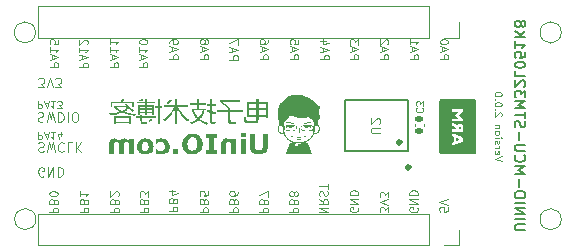
<source format=gbo>
%TF.GenerationSoftware,KiCad,Pcbnew,(6.0.9)*%
%TF.CreationDate,2022-12-04T04:04:24+08:00*%
%TF.ProjectId,UINIO-MCU-STM32L051K8,55494e49-4f2d-44d4-9355-2d53544d3332,rev?*%
%TF.SameCoordinates,Original*%
%TF.FileFunction,Legend,Bot*%
%TF.FilePolarity,Positive*%
%FSLAX46Y46*%
G04 Gerber Fmt 4.6, Leading zero omitted, Abs format (unit mm)*
G04 Created by KiCad (PCBNEW (6.0.9)) date 2022-12-04 04:04:24*
%MOMM*%
%LPD*%
G01*
G04 APERTURE LIST*
G04 Aperture macros list*
%AMRoundRect*
0 Rectangle with rounded corners*
0 $1 Rounding radius*
0 $2 $3 $4 $5 $6 $7 $8 $9 X,Y pos of 4 corners*
0 Add a 4 corners polygon primitive as box body*
4,1,4,$2,$3,$4,$5,$6,$7,$8,$9,$2,$3,0*
0 Add four circle primitives for the rounded corners*
1,1,$1+$1,$2,$3*
1,1,$1+$1,$4,$5*
1,1,$1+$1,$6,$7*
1,1,$1+$1,$8,$9*
0 Add four rect primitives between the rounded corners*
20,1,$1+$1,$2,$3,$4,$5,0*
20,1,$1+$1,$4,$5,$6,$7,0*
20,1,$1+$1,$6,$7,$8,$9,0*
20,1,$1+$1,$8,$9,$2,$3,0*%
G04 Aperture macros list end*
%ADD10C,0.100000*%
%ADD11C,0.200000*%
%ADD12C,0.300000*%
%ADD13C,0.120000*%
%ADD14C,0.152000*%
%ADD15C,1.200000*%
%ADD16R,1.700000X1.700000*%
%ADD17O,1.700000X1.700000*%
%ADD18O,1.800000X1.000000*%
%ADD19O,0.630000X2.250000*%
%ADD20RoundRect,0.140000X0.170000X-0.140000X0.170000X0.140000X-0.170000X0.140000X-0.170000X-0.140000X0*%
G04 APERTURE END LIST*
D10*
X150373333Y-107036666D02*
X151073333Y-107036666D01*
X151073333Y-106770000D01*
X151040000Y-106703333D01*
X151006666Y-106670000D01*
X150940000Y-106636666D01*
X150840000Y-106636666D01*
X150773333Y-106670000D01*
X150740000Y-106703333D01*
X150706666Y-106770000D01*
X150706666Y-107036666D01*
X150740000Y-106103333D02*
X150706666Y-106003333D01*
X150673333Y-105970000D01*
X150606666Y-105936666D01*
X150506666Y-105936666D01*
X150440000Y-105970000D01*
X150406666Y-106003333D01*
X150373333Y-106070000D01*
X150373333Y-106336666D01*
X151073333Y-106336666D01*
X151073333Y-106103333D01*
X151040000Y-106036666D01*
X151006666Y-106003333D01*
X150940000Y-105970000D01*
X150873333Y-105970000D01*
X150806666Y-106003333D01*
X150773333Y-106036666D01*
X150740000Y-106103333D01*
X150740000Y-106336666D01*
X151073333Y-105703333D02*
X151073333Y-105236666D01*
X150373333Y-105536666D01*
X131644285Y-100218571D02*
X131644285Y-100818571D01*
X131872857Y-100818571D01*
X131930000Y-100790000D01*
X131958571Y-100761428D01*
X131987142Y-100704285D01*
X131987142Y-100618571D01*
X131958571Y-100561428D01*
X131930000Y-100532857D01*
X131872857Y-100504285D01*
X131644285Y-100504285D01*
X132215714Y-100390000D02*
X132501428Y-100390000D01*
X132158571Y-100218571D02*
X132358571Y-100818571D01*
X132558571Y-100218571D01*
X133072857Y-100218571D02*
X132730000Y-100218571D01*
X132901428Y-100218571D02*
X132901428Y-100818571D01*
X132844285Y-100732857D01*
X132787142Y-100675714D01*
X132730000Y-100647142D01*
X133587142Y-100618571D02*
X133587142Y-100218571D01*
X133444285Y-100847142D02*
X133301428Y-100418571D01*
X133672857Y-100418571D01*
D11*
X172902857Y-108560000D02*
X172174285Y-108560000D01*
X172088571Y-108517142D01*
X172045714Y-108474285D01*
X172002857Y-108388571D01*
X172002857Y-108217142D01*
X172045714Y-108131428D01*
X172088571Y-108088571D01*
X172174285Y-108045714D01*
X172902857Y-108045714D01*
X172002857Y-107617142D02*
X172902857Y-107617142D01*
X172002857Y-107188571D02*
X172902857Y-107188571D01*
X172002857Y-106674285D01*
X172902857Y-106674285D01*
X172002857Y-106245714D02*
X172902857Y-106245714D01*
X172902857Y-105645714D02*
X172902857Y-105474285D01*
X172860000Y-105388571D01*
X172774285Y-105302857D01*
X172602857Y-105260000D01*
X172302857Y-105260000D01*
X172131428Y-105302857D01*
X172045714Y-105388571D01*
X172002857Y-105474285D01*
X172002857Y-105645714D01*
X172045714Y-105731428D01*
X172131428Y-105817142D01*
X172302857Y-105860000D01*
X172602857Y-105860000D01*
X172774285Y-105817142D01*
X172860000Y-105731428D01*
X172902857Y-105645714D01*
X172345714Y-104874285D02*
X172345714Y-104188571D01*
X172002857Y-103760000D02*
X172902857Y-103760000D01*
X172260000Y-103460000D01*
X172902857Y-103160000D01*
X172002857Y-103160000D01*
X172088571Y-102217142D02*
X172045714Y-102260000D01*
X172002857Y-102388571D01*
X172002857Y-102474285D01*
X172045714Y-102602857D01*
X172131428Y-102688571D01*
X172217142Y-102731428D01*
X172388571Y-102774285D01*
X172517142Y-102774285D01*
X172688571Y-102731428D01*
X172774285Y-102688571D01*
X172860000Y-102602857D01*
X172902857Y-102474285D01*
X172902857Y-102388571D01*
X172860000Y-102260000D01*
X172817142Y-102217142D01*
X172902857Y-101831428D02*
X172174285Y-101831428D01*
X172088571Y-101788571D01*
X172045714Y-101745714D01*
X172002857Y-101660000D01*
X172002857Y-101488571D01*
X172045714Y-101402857D01*
X172088571Y-101360000D01*
X172174285Y-101317142D01*
X172902857Y-101317142D01*
X172345714Y-100888571D02*
X172345714Y-100202857D01*
X172045714Y-99817142D02*
X172002857Y-99688571D01*
X172002857Y-99474285D01*
X172045714Y-99388571D01*
X172088571Y-99345714D01*
X172174285Y-99302857D01*
X172260000Y-99302857D01*
X172345714Y-99345714D01*
X172388571Y-99388571D01*
X172431428Y-99474285D01*
X172474285Y-99645714D01*
X172517142Y-99731428D01*
X172560000Y-99774285D01*
X172645714Y-99817142D01*
X172731428Y-99817142D01*
X172817142Y-99774285D01*
X172860000Y-99731428D01*
X172902857Y-99645714D01*
X172902857Y-99431428D01*
X172860000Y-99302857D01*
X172902857Y-99045714D02*
X172902857Y-98531428D01*
X172002857Y-98788571D02*
X172902857Y-98788571D01*
X172002857Y-98231428D02*
X172902857Y-98231428D01*
X172260000Y-97931428D01*
X172902857Y-97631428D01*
X172002857Y-97631428D01*
X172902857Y-97288571D02*
X172902857Y-96731428D01*
X172560000Y-97031428D01*
X172560000Y-96902857D01*
X172517142Y-96817142D01*
X172474285Y-96774285D01*
X172388571Y-96731428D01*
X172174285Y-96731428D01*
X172088571Y-96774285D01*
X172045714Y-96817142D01*
X172002857Y-96902857D01*
X172002857Y-97160000D01*
X172045714Y-97245714D01*
X172088571Y-97288571D01*
X172817142Y-96388571D02*
X172860000Y-96345714D01*
X172902857Y-96260000D01*
X172902857Y-96045714D01*
X172860000Y-95960000D01*
X172817142Y-95917142D01*
X172731428Y-95874285D01*
X172645714Y-95874285D01*
X172517142Y-95917142D01*
X172002857Y-96431428D01*
X172002857Y-95874285D01*
X172002857Y-95060000D02*
X172002857Y-95488571D01*
X172902857Y-95488571D01*
X172902857Y-94588571D02*
X172902857Y-94502857D01*
X172860000Y-94417142D01*
X172817142Y-94374285D01*
X172731428Y-94331428D01*
X172560000Y-94288571D01*
X172345714Y-94288571D01*
X172174285Y-94331428D01*
X172088571Y-94374285D01*
X172045714Y-94417142D01*
X172002857Y-94502857D01*
X172002857Y-94588571D01*
X172045714Y-94674285D01*
X172088571Y-94717142D01*
X172174285Y-94760000D01*
X172345714Y-94802857D01*
X172560000Y-94802857D01*
X172731428Y-94760000D01*
X172817142Y-94717142D01*
X172860000Y-94674285D01*
X172902857Y-94588571D01*
X172902857Y-93474285D02*
X172902857Y-93902857D01*
X172474285Y-93945714D01*
X172517142Y-93902857D01*
X172560000Y-93817142D01*
X172560000Y-93602857D01*
X172517142Y-93517142D01*
X172474285Y-93474285D01*
X172388571Y-93431428D01*
X172174285Y-93431428D01*
X172088571Y-93474285D01*
X172045714Y-93517142D01*
X172002857Y-93602857D01*
X172002857Y-93817142D01*
X172045714Y-93902857D01*
X172088571Y-93945714D01*
X172002857Y-92574285D02*
X172002857Y-93088571D01*
X172002857Y-92831428D02*
X172902857Y-92831428D01*
X172774285Y-92917142D01*
X172688571Y-93002857D01*
X172645714Y-93088571D01*
X172002857Y-92188571D02*
X172902857Y-92188571D01*
X172002857Y-91674285D02*
X172517142Y-92060000D01*
X172902857Y-91674285D02*
X172388571Y-92188571D01*
X172517142Y-91160000D02*
X172560000Y-91245714D01*
X172602857Y-91288571D01*
X172688571Y-91331428D01*
X172731428Y-91331428D01*
X172817142Y-91288571D01*
X172860000Y-91245714D01*
X172902857Y-91160000D01*
X172902857Y-90988571D01*
X172860000Y-90902857D01*
X172817142Y-90860000D01*
X172731428Y-90817142D01*
X172688571Y-90817142D01*
X172602857Y-90860000D01*
X172560000Y-90902857D01*
X172517142Y-90988571D01*
X172517142Y-91160000D01*
X172474285Y-91245714D01*
X172431428Y-91288571D01*
X172345714Y-91331428D01*
X172174285Y-91331428D01*
X172088571Y-91288571D01*
X172045714Y-91245714D01*
X172002857Y-91160000D01*
X172002857Y-90988571D01*
X172045714Y-90902857D01*
X172088571Y-90860000D01*
X172174285Y-90817142D01*
X172345714Y-90817142D01*
X172431428Y-90860000D01*
X172474285Y-90902857D01*
X172517142Y-90988571D01*
D10*
X142733333Y-106956666D02*
X143433333Y-106956666D01*
X143433333Y-106690000D01*
X143400000Y-106623333D01*
X143366666Y-106590000D01*
X143300000Y-106556666D01*
X143200000Y-106556666D01*
X143133333Y-106590000D01*
X143100000Y-106623333D01*
X143066666Y-106690000D01*
X143066666Y-106956666D01*
X143100000Y-106023333D02*
X143066666Y-105923333D01*
X143033333Y-105890000D01*
X142966666Y-105856666D01*
X142866666Y-105856666D01*
X142800000Y-105890000D01*
X142766666Y-105923333D01*
X142733333Y-105990000D01*
X142733333Y-106256666D01*
X143433333Y-106256666D01*
X143433333Y-106023333D01*
X143400000Y-105956666D01*
X143366666Y-105923333D01*
X143300000Y-105890000D01*
X143233333Y-105890000D01*
X143166666Y-105923333D01*
X143133333Y-105956666D01*
X143100000Y-106023333D01*
X143100000Y-106256666D01*
X143200000Y-105256666D02*
X142733333Y-105256666D01*
X143466666Y-105423333D02*
X142966666Y-105590000D01*
X142966666Y-105156666D01*
X132593333Y-107036666D02*
X133293333Y-107036666D01*
X133293333Y-106770000D01*
X133260000Y-106703333D01*
X133226666Y-106670000D01*
X133160000Y-106636666D01*
X133060000Y-106636666D01*
X132993333Y-106670000D01*
X132960000Y-106703333D01*
X132926666Y-106770000D01*
X132926666Y-107036666D01*
X132960000Y-106103333D02*
X132926666Y-106003333D01*
X132893333Y-105970000D01*
X132826666Y-105936666D01*
X132726666Y-105936666D01*
X132660000Y-105970000D01*
X132626666Y-106003333D01*
X132593333Y-106070000D01*
X132593333Y-106336666D01*
X133293333Y-106336666D01*
X133293333Y-106103333D01*
X133260000Y-106036666D01*
X133226666Y-106003333D01*
X133160000Y-105970000D01*
X133093333Y-105970000D01*
X133026666Y-106003333D01*
X132993333Y-106036666D01*
X132960000Y-106103333D01*
X132960000Y-106336666D01*
X133293333Y-105503333D02*
X133293333Y-105436666D01*
X133260000Y-105370000D01*
X133226666Y-105336666D01*
X133160000Y-105303333D01*
X133026666Y-105270000D01*
X132860000Y-105270000D01*
X132726666Y-105303333D01*
X132660000Y-105336666D01*
X132626666Y-105370000D01*
X132593333Y-105436666D01*
X132593333Y-105503333D01*
X132626666Y-105570000D01*
X132660000Y-105603333D01*
X132726666Y-105636666D01*
X132860000Y-105670000D01*
X133026666Y-105670000D01*
X133160000Y-105636666D01*
X133226666Y-105603333D01*
X133260000Y-105570000D01*
X133293333Y-105503333D01*
X137733333Y-94730000D02*
X138433333Y-94730000D01*
X138433333Y-94463333D01*
X138400000Y-94396666D01*
X138366666Y-94363333D01*
X138300000Y-94330000D01*
X138200000Y-94330000D01*
X138133333Y-94363333D01*
X138100000Y-94396666D01*
X138066666Y-94463333D01*
X138066666Y-94730000D01*
X137933333Y-94063333D02*
X137933333Y-93730000D01*
X137733333Y-94130000D02*
X138433333Y-93896666D01*
X137733333Y-93663333D01*
X137733333Y-93063333D02*
X137733333Y-93463333D01*
X137733333Y-93263333D02*
X138433333Y-93263333D01*
X138333333Y-93330000D01*
X138266666Y-93396666D01*
X138233333Y-93463333D01*
X137733333Y-92396666D02*
X137733333Y-92796666D01*
X137733333Y-92596666D02*
X138433333Y-92596666D01*
X138333333Y-92663333D01*
X138266666Y-92730000D01*
X138233333Y-92796666D01*
X140243333Y-107036666D02*
X140943333Y-107036666D01*
X140943333Y-106770000D01*
X140910000Y-106703333D01*
X140876666Y-106670000D01*
X140810000Y-106636666D01*
X140710000Y-106636666D01*
X140643333Y-106670000D01*
X140610000Y-106703333D01*
X140576666Y-106770000D01*
X140576666Y-107036666D01*
X140610000Y-106103333D02*
X140576666Y-106003333D01*
X140543333Y-105970000D01*
X140476666Y-105936666D01*
X140376666Y-105936666D01*
X140310000Y-105970000D01*
X140276666Y-106003333D01*
X140243333Y-106070000D01*
X140243333Y-106336666D01*
X140943333Y-106336666D01*
X140943333Y-106103333D01*
X140910000Y-106036666D01*
X140876666Y-106003333D01*
X140810000Y-105970000D01*
X140743333Y-105970000D01*
X140676666Y-106003333D01*
X140643333Y-106036666D01*
X140610000Y-106103333D01*
X140610000Y-106336666D01*
X140943333Y-105703333D02*
X140943333Y-105270000D01*
X140676666Y-105503333D01*
X140676666Y-105403333D01*
X140643333Y-105336666D01*
X140610000Y-105303333D01*
X140543333Y-105270000D01*
X140376666Y-105270000D01*
X140310000Y-105303333D01*
X140276666Y-105336666D01*
X140243333Y-105403333D01*
X140243333Y-105603333D01*
X140276666Y-105670000D01*
X140310000Y-105703333D01*
X155453333Y-107040000D02*
X156153333Y-107040000D01*
X155453333Y-106640000D01*
X156153333Y-106640000D01*
X155453333Y-105906666D02*
X155786666Y-106140000D01*
X155453333Y-106306666D02*
X156153333Y-106306666D01*
X156153333Y-106040000D01*
X156120000Y-105973333D01*
X156086666Y-105940000D01*
X156020000Y-105906666D01*
X155920000Y-105906666D01*
X155853333Y-105940000D01*
X155820000Y-105973333D01*
X155786666Y-106040000D01*
X155786666Y-106306666D01*
X155486666Y-105640000D02*
X155453333Y-105540000D01*
X155453333Y-105373333D01*
X155486666Y-105306666D01*
X155520000Y-105273333D01*
X155586666Y-105240000D01*
X155653333Y-105240000D01*
X155720000Y-105273333D01*
X155753333Y-105306666D01*
X155786666Y-105373333D01*
X155820000Y-105506666D01*
X155853333Y-105573333D01*
X155886666Y-105606666D01*
X155953333Y-105640000D01*
X156020000Y-105640000D01*
X156086666Y-105606666D01*
X156120000Y-105573333D01*
X156153333Y-105506666D01*
X156153333Y-105340000D01*
X156120000Y-105240000D01*
X156153333Y-105040000D02*
X156153333Y-104640000D01*
X155453333Y-104840000D02*
X156153333Y-104840000D01*
X147843333Y-107006666D02*
X148543333Y-107006666D01*
X148543333Y-106740000D01*
X148510000Y-106673333D01*
X148476666Y-106640000D01*
X148410000Y-106606666D01*
X148310000Y-106606666D01*
X148243333Y-106640000D01*
X148210000Y-106673333D01*
X148176666Y-106740000D01*
X148176666Y-107006666D01*
X148210000Y-106073333D02*
X148176666Y-105973333D01*
X148143333Y-105940000D01*
X148076666Y-105906666D01*
X147976666Y-105906666D01*
X147910000Y-105940000D01*
X147876666Y-105973333D01*
X147843333Y-106040000D01*
X147843333Y-106306666D01*
X148543333Y-106306666D01*
X148543333Y-106073333D01*
X148510000Y-106006666D01*
X148476666Y-105973333D01*
X148410000Y-105940000D01*
X148343333Y-105940000D01*
X148276666Y-105973333D01*
X148243333Y-106006666D01*
X148210000Y-106073333D01*
X148210000Y-106306666D01*
X148543333Y-105306666D02*
X148543333Y-105440000D01*
X148510000Y-105506666D01*
X148476666Y-105540000D01*
X148376666Y-105606666D01*
X148243333Y-105640000D01*
X147976666Y-105640000D01*
X147910000Y-105606666D01*
X147876666Y-105573333D01*
X147843333Y-105506666D01*
X147843333Y-105373333D01*
X147876666Y-105306666D01*
X147910000Y-105273333D01*
X147976666Y-105240000D01*
X148143333Y-105240000D01*
X148210000Y-105273333D01*
X148243333Y-105306666D01*
X148276666Y-105373333D01*
X148276666Y-105506666D01*
X148243333Y-105573333D01*
X148210000Y-105606666D01*
X148143333Y-105640000D01*
X135143333Y-94759000D02*
X135843333Y-94759000D01*
X135843333Y-94492333D01*
X135810000Y-94425666D01*
X135776666Y-94392333D01*
X135710000Y-94359000D01*
X135610000Y-94359000D01*
X135543333Y-94392333D01*
X135510000Y-94425666D01*
X135476666Y-94492333D01*
X135476666Y-94759000D01*
X135343333Y-94092333D02*
X135343333Y-93759000D01*
X135143333Y-94159000D02*
X135843333Y-93925666D01*
X135143333Y-93692333D01*
X135143333Y-93092333D02*
X135143333Y-93492333D01*
X135143333Y-93292333D02*
X135843333Y-93292333D01*
X135743333Y-93359000D01*
X135676666Y-93425666D01*
X135643333Y-93492333D01*
X135776666Y-92825666D02*
X135810000Y-92792333D01*
X135843333Y-92725666D01*
X135843333Y-92559000D01*
X135810000Y-92492333D01*
X135776666Y-92459000D01*
X135710000Y-92425666D01*
X135643333Y-92425666D01*
X135543333Y-92459000D01*
X135143333Y-92859000D01*
X135143333Y-92425666D01*
X132623333Y-94740000D02*
X133323333Y-94740000D01*
X133323333Y-94473333D01*
X133290000Y-94406666D01*
X133256666Y-94373333D01*
X133190000Y-94340000D01*
X133090000Y-94340000D01*
X133023333Y-94373333D01*
X132990000Y-94406666D01*
X132956666Y-94473333D01*
X132956666Y-94740000D01*
X132823333Y-94073333D02*
X132823333Y-93740000D01*
X132623333Y-94140000D02*
X133323333Y-93906666D01*
X132623333Y-93673333D01*
X132623333Y-93073333D02*
X132623333Y-93473333D01*
X132623333Y-93273333D02*
X133323333Y-93273333D01*
X133223333Y-93340000D01*
X133156666Y-93406666D01*
X133123333Y-93473333D01*
X133323333Y-92440000D02*
X133323333Y-92773333D01*
X132990000Y-92806666D01*
X133023333Y-92773333D01*
X133056666Y-92706666D01*
X133056666Y-92540000D01*
X133023333Y-92473333D01*
X132990000Y-92440000D01*
X132923333Y-92406666D01*
X132756666Y-92406666D01*
X132690000Y-92440000D01*
X132656666Y-92473333D01*
X132623333Y-92540000D01*
X132623333Y-92706666D01*
X132656666Y-92773333D01*
X132690000Y-92806666D01*
X152913333Y-107036666D02*
X153613333Y-107036666D01*
X153613333Y-106770000D01*
X153580000Y-106703333D01*
X153546666Y-106670000D01*
X153480000Y-106636666D01*
X153380000Y-106636666D01*
X153313333Y-106670000D01*
X153280000Y-106703333D01*
X153246666Y-106770000D01*
X153246666Y-107036666D01*
X153280000Y-106103333D02*
X153246666Y-106003333D01*
X153213333Y-105970000D01*
X153146666Y-105936666D01*
X153046666Y-105936666D01*
X152980000Y-105970000D01*
X152946666Y-106003333D01*
X152913333Y-106070000D01*
X152913333Y-106336666D01*
X153613333Y-106336666D01*
X153613333Y-106103333D01*
X153580000Y-106036666D01*
X153546666Y-106003333D01*
X153480000Y-105970000D01*
X153413333Y-105970000D01*
X153346666Y-106003333D01*
X153313333Y-106036666D01*
X153280000Y-106103333D01*
X153280000Y-106336666D01*
X153313333Y-105536666D02*
X153346666Y-105603333D01*
X153380000Y-105636666D01*
X153446666Y-105670000D01*
X153480000Y-105670000D01*
X153546666Y-105636666D01*
X153580000Y-105603333D01*
X153613333Y-105536666D01*
X153613333Y-105403333D01*
X153580000Y-105336666D01*
X153546666Y-105303333D01*
X153480000Y-105270000D01*
X153446666Y-105270000D01*
X153380000Y-105303333D01*
X153346666Y-105336666D01*
X153313333Y-105403333D01*
X153313333Y-105536666D01*
X153280000Y-105603333D01*
X153246666Y-105636666D01*
X153180000Y-105670000D01*
X153046666Y-105670000D01*
X152980000Y-105636666D01*
X152946666Y-105603333D01*
X152913333Y-105536666D01*
X152913333Y-105403333D01*
X152946666Y-105336666D01*
X152980000Y-105303333D01*
X153046666Y-105270000D01*
X153180000Y-105270000D01*
X153246666Y-105303333D01*
X153280000Y-105336666D01*
X153313333Y-105403333D01*
X140193333Y-94739000D02*
X140893333Y-94739000D01*
X140893333Y-94472333D01*
X140860000Y-94405666D01*
X140826666Y-94372333D01*
X140760000Y-94339000D01*
X140660000Y-94339000D01*
X140593333Y-94372333D01*
X140560000Y-94405666D01*
X140526666Y-94472333D01*
X140526666Y-94739000D01*
X140393333Y-94072333D02*
X140393333Y-93739000D01*
X140193333Y-94139000D02*
X140893333Y-93905666D01*
X140193333Y-93672333D01*
X140193333Y-93072333D02*
X140193333Y-93472333D01*
X140193333Y-93272333D02*
X140893333Y-93272333D01*
X140793333Y-93339000D01*
X140726666Y-93405666D01*
X140693333Y-93472333D01*
X140893333Y-92639000D02*
X140893333Y-92572333D01*
X140860000Y-92505666D01*
X140826666Y-92472333D01*
X140760000Y-92439000D01*
X140626666Y-92405666D01*
X140460000Y-92405666D01*
X140326666Y-92439000D01*
X140260000Y-92472333D01*
X140226666Y-92505666D01*
X140193333Y-92572333D01*
X140193333Y-92639000D01*
X140226666Y-92705666D01*
X140260000Y-92739000D01*
X140326666Y-92772333D01*
X140460000Y-92805666D01*
X140626666Y-92805666D01*
X140760000Y-92772333D01*
X140826666Y-92739000D01*
X140860000Y-92705666D01*
X140893333Y-92639000D01*
X158023333Y-94066666D02*
X158723333Y-94066666D01*
X158723333Y-93800000D01*
X158690000Y-93733333D01*
X158656666Y-93700000D01*
X158590000Y-93666666D01*
X158490000Y-93666666D01*
X158423333Y-93700000D01*
X158390000Y-93733333D01*
X158356666Y-93800000D01*
X158356666Y-94066666D01*
X158223333Y-93400000D02*
X158223333Y-93066666D01*
X158023333Y-93466666D02*
X158723333Y-93233333D01*
X158023333Y-93000000D01*
X158723333Y-92833333D02*
X158723333Y-92400000D01*
X158456666Y-92633333D01*
X158456666Y-92533333D01*
X158423333Y-92466666D01*
X158390000Y-92433333D01*
X158323333Y-92400000D01*
X158156666Y-92400000D01*
X158090000Y-92433333D01*
X158056666Y-92466666D01*
X158023333Y-92533333D01*
X158023333Y-92733333D01*
X158056666Y-92800000D01*
X158090000Y-92833333D01*
X150393333Y-94066666D02*
X151093333Y-94066666D01*
X151093333Y-93800000D01*
X151060000Y-93733333D01*
X151026666Y-93700000D01*
X150960000Y-93666666D01*
X150860000Y-93666666D01*
X150793333Y-93700000D01*
X150760000Y-93733333D01*
X150726666Y-93800000D01*
X150726666Y-94066666D01*
X150593333Y-93400000D02*
X150593333Y-93066666D01*
X150393333Y-93466666D02*
X151093333Y-93233333D01*
X150393333Y-93000000D01*
X151093333Y-92466666D02*
X151093333Y-92600000D01*
X151060000Y-92666666D01*
X151026666Y-92700000D01*
X150926666Y-92766666D01*
X150793333Y-92800000D01*
X150526666Y-92800000D01*
X150460000Y-92766666D01*
X150426666Y-92733333D01*
X150393333Y-92666666D01*
X150393333Y-92533333D01*
X150426666Y-92466666D01*
X150460000Y-92433333D01*
X150526666Y-92400000D01*
X150693333Y-92400000D01*
X150760000Y-92433333D01*
X150793333Y-92466666D01*
X150826666Y-92533333D01*
X150826666Y-92666666D01*
X150793333Y-92733333D01*
X150760000Y-92766666D01*
X150693333Y-92800000D01*
X170888571Y-102692857D02*
X170288571Y-102492857D01*
X170888571Y-102292857D01*
X170317142Y-101864285D02*
X170288571Y-101921428D01*
X170288571Y-102035714D01*
X170317142Y-102092857D01*
X170374285Y-102121428D01*
X170602857Y-102121428D01*
X170660000Y-102092857D01*
X170688571Y-102035714D01*
X170688571Y-101921428D01*
X170660000Y-101864285D01*
X170602857Y-101835714D01*
X170545714Y-101835714D01*
X170488571Y-102121428D01*
X170288571Y-101578571D02*
X170688571Y-101578571D01*
X170574285Y-101578571D02*
X170631428Y-101550000D01*
X170660000Y-101521428D01*
X170688571Y-101464285D01*
X170688571Y-101407142D01*
X170317142Y-101235714D02*
X170288571Y-101178571D01*
X170288571Y-101064285D01*
X170317142Y-101007142D01*
X170374285Y-100978571D01*
X170402857Y-100978571D01*
X170460000Y-101007142D01*
X170488571Y-101064285D01*
X170488571Y-101150000D01*
X170517142Y-101207142D01*
X170574285Y-101235714D01*
X170602857Y-101235714D01*
X170660000Y-101207142D01*
X170688571Y-101150000D01*
X170688571Y-101064285D01*
X170660000Y-101007142D01*
X170288571Y-100721428D02*
X170688571Y-100721428D01*
X170888571Y-100721428D02*
X170860000Y-100750000D01*
X170831428Y-100721428D01*
X170860000Y-100692857D01*
X170888571Y-100721428D01*
X170831428Y-100721428D01*
X170288571Y-100350000D02*
X170317142Y-100407142D01*
X170345714Y-100435714D01*
X170402857Y-100464285D01*
X170574285Y-100464285D01*
X170631428Y-100435714D01*
X170660000Y-100407142D01*
X170688571Y-100350000D01*
X170688571Y-100264285D01*
X170660000Y-100207142D01*
X170631428Y-100178571D01*
X170574285Y-100150000D01*
X170402857Y-100150000D01*
X170345714Y-100178571D01*
X170317142Y-100207142D01*
X170288571Y-100264285D01*
X170288571Y-100350000D01*
X170688571Y-99892857D02*
X170288571Y-99892857D01*
X170631428Y-99892857D02*
X170660000Y-99864285D01*
X170688571Y-99807142D01*
X170688571Y-99721428D01*
X170660000Y-99664285D01*
X170602857Y-99635714D01*
X170288571Y-99635714D01*
X170831428Y-98921428D02*
X170860000Y-98892857D01*
X170888571Y-98835714D01*
X170888571Y-98692857D01*
X170860000Y-98635714D01*
X170831428Y-98607142D01*
X170774285Y-98578571D01*
X170717142Y-98578571D01*
X170631428Y-98607142D01*
X170288571Y-98950000D01*
X170288571Y-98578571D01*
X170345714Y-98321428D02*
X170317142Y-98292857D01*
X170288571Y-98321428D01*
X170317142Y-98350000D01*
X170345714Y-98321428D01*
X170288571Y-98321428D01*
X170888571Y-97921428D02*
X170888571Y-97864285D01*
X170860000Y-97807142D01*
X170831428Y-97778571D01*
X170774285Y-97750000D01*
X170660000Y-97721428D01*
X170517142Y-97721428D01*
X170402857Y-97750000D01*
X170345714Y-97778571D01*
X170317142Y-97807142D01*
X170288571Y-97864285D01*
X170288571Y-97921428D01*
X170317142Y-97978571D01*
X170345714Y-98007142D01*
X170402857Y-98035714D01*
X170517142Y-98064285D01*
X170660000Y-98064285D01*
X170774285Y-98035714D01*
X170831428Y-98007142D01*
X170860000Y-97978571D01*
X170888571Y-97921428D01*
X170345714Y-97464285D02*
X170317142Y-97435714D01*
X170288571Y-97464285D01*
X170317142Y-97492857D01*
X170345714Y-97464285D01*
X170288571Y-97464285D01*
X170888571Y-97064285D02*
X170888571Y-97007142D01*
X170860000Y-96950000D01*
X170831428Y-96921428D01*
X170774285Y-96892857D01*
X170660000Y-96864285D01*
X170517142Y-96864285D01*
X170402857Y-96892857D01*
X170345714Y-96921428D01*
X170317142Y-96950000D01*
X170288571Y-97007142D01*
X170288571Y-97064285D01*
X170317142Y-97121428D01*
X170345714Y-97150000D01*
X170402857Y-97178571D01*
X170517142Y-97207142D01*
X170660000Y-97207142D01*
X170774285Y-97178571D01*
X170831428Y-97150000D01*
X170860000Y-97121428D01*
X170888571Y-97064285D01*
X131634761Y-98616190D02*
X131749047Y-98578095D01*
X131939523Y-98578095D01*
X132015714Y-98616190D01*
X132053809Y-98654285D01*
X132091904Y-98730476D01*
X132091904Y-98806666D01*
X132053809Y-98882857D01*
X132015714Y-98920952D01*
X131939523Y-98959047D01*
X131787142Y-98997142D01*
X131710952Y-99035238D01*
X131672857Y-99073333D01*
X131634761Y-99149523D01*
X131634761Y-99225714D01*
X131672857Y-99301904D01*
X131710952Y-99340000D01*
X131787142Y-99378095D01*
X131977619Y-99378095D01*
X132091904Y-99340000D01*
X132358571Y-99378095D02*
X132549047Y-98578095D01*
X132701428Y-99149523D01*
X132853809Y-98578095D01*
X133044285Y-99378095D01*
X133349047Y-98578095D02*
X133349047Y-99378095D01*
X133539523Y-99378095D01*
X133653809Y-99340000D01*
X133730000Y-99263809D01*
X133768095Y-99187619D01*
X133806190Y-99035238D01*
X133806190Y-98920952D01*
X133768095Y-98768571D01*
X133730000Y-98692380D01*
X133653809Y-98616190D01*
X133539523Y-98578095D01*
X133349047Y-98578095D01*
X134149047Y-98578095D02*
X134149047Y-99378095D01*
X134682380Y-99378095D02*
X134834761Y-99378095D01*
X134910952Y-99340000D01*
X134987142Y-99263809D01*
X135025238Y-99111428D01*
X135025238Y-98844761D01*
X134987142Y-98692380D01*
X134910952Y-98616190D01*
X134834761Y-98578095D01*
X134682380Y-98578095D01*
X134606190Y-98616190D01*
X134530000Y-98692380D01*
X134491904Y-98844761D01*
X134491904Y-99111428D01*
X134530000Y-99263809D01*
X134606190Y-99340000D01*
X134682380Y-99378095D01*
X131644285Y-97608571D02*
X131644285Y-98208571D01*
X131872857Y-98208571D01*
X131930000Y-98180000D01*
X131958571Y-98151428D01*
X131987142Y-98094285D01*
X131987142Y-98008571D01*
X131958571Y-97951428D01*
X131930000Y-97922857D01*
X131872857Y-97894285D01*
X131644285Y-97894285D01*
X132215714Y-97780000D02*
X132501428Y-97780000D01*
X132158571Y-97608571D02*
X132358571Y-98208571D01*
X132558571Y-97608571D01*
X133072857Y-97608571D02*
X132730000Y-97608571D01*
X132901428Y-97608571D02*
X132901428Y-98208571D01*
X132844285Y-98122857D01*
X132787142Y-98065714D01*
X132730000Y-98037142D01*
X133272857Y-98208571D02*
X133644285Y-98208571D01*
X133444285Y-97980000D01*
X133530000Y-97980000D01*
X133587142Y-97951428D01*
X133615714Y-97922857D01*
X133644285Y-97865714D01*
X133644285Y-97722857D01*
X133615714Y-97665714D01*
X133587142Y-97637142D01*
X133530000Y-97608571D01*
X133358571Y-97608571D01*
X133301428Y-97637142D01*
X133272857Y-97665714D01*
X137753333Y-107036666D02*
X138453333Y-107036666D01*
X138453333Y-106770000D01*
X138420000Y-106703333D01*
X138386666Y-106670000D01*
X138320000Y-106636666D01*
X138220000Y-106636666D01*
X138153333Y-106670000D01*
X138120000Y-106703333D01*
X138086666Y-106770000D01*
X138086666Y-107036666D01*
X138120000Y-106103333D02*
X138086666Y-106003333D01*
X138053333Y-105970000D01*
X137986666Y-105936666D01*
X137886666Y-105936666D01*
X137820000Y-105970000D01*
X137786666Y-106003333D01*
X137753333Y-106070000D01*
X137753333Y-106336666D01*
X138453333Y-106336666D01*
X138453333Y-106103333D01*
X138420000Y-106036666D01*
X138386666Y-106003333D01*
X138320000Y-105970000D01*
X138253333Y-105970000D01*
X138186666Y-106003333D01*
X138153333Y-106036666D01*
X138120000Y-106103333D01*
X138120000Y-106336666D01*
X138386666Y-105670000D02*
X138420000Y-105636666D01*
X138453333Y-105570000D01*
X138453333Y-105403333D01*
X138420000Y-105336666D01*
X138386666Y-105303333D01*
X138320000Y-105270000D01*
X138253333Y-105270000D01*
X138153333Y-105303333D01*
X137753333Y-105703333D01*
X137753333Y-105270000D01*
X152963333Y-94056666D02*
X153663333Y-94056666D01*
X153663333Y-93790000D01*
X153630000Y-93723333D01*
X153596666Y-93690000D01*
X153530000Y-93656666D01*
X153430000Y-93656666D01*
X153363333Y-93690000D01*
X153330000Y-93723333D01*
X153296666Y-93790000D01*
X153296666Y-94056666D01*
X153163333Y-93390000D02*
X153163333Y-93056666D01*
X152963333Y-93456666D02*
X153663333Y-93223333D01*
X152963333Y-92990000D01*
X153663333Y-92423333D02*
X153663333Y-92756666D01*
X153330000Y-92790000D01*
X153363333Y-92756666D01*
X153396666Y-92690000D01*
X153396666Y-92523333D01*
X153363333Y-92456666D01*
X153330000Y-92423333D01*
X153263333Y-92390000D01*
X153096666Y-92390000D01*
X153030000Y-92423333D01*
X152996666Y-92456666D01*
X152963333Y-92523333D01*
X152963333Y-92690000D01*
X152996666Y-92756666D01*
X153030000Y-92790000D01*
X142763333Y-94066666D02*
X143463333Y-94066666D01*
X143463333Y-93800000D01*
X143430000Y-93733333D01*
X143396666Y-93700000D01*
X143330000Y-93666666D01*
X143230000Y-93666666D01*
X143163333Y-93700000D01*
X143130000Y-93733333D01*
X143096666Y-93800000D01*
X143096666Y-94066666D01*
X142963333Y-93400000D02*
X142963333Y-93066666D01*
X142763333Y-93466666D02*
X143463333Y-93233333D01*
X142763333Y-93000000D01*
X142763333Y-92733333D02*
X142763333Y-92600000D01*
X142796666Y-92533333D01*
X142830000Y-92500000D01*
X142930000Y-92433333D01*
X143063333Y-92400000D01*
X143330000Y-92400000D01*
X143396666Y-92433333D01*
X143430000Y-92466666D01*
X143463333Y-92533333D01*
X143463333Y-92666666D01*
X143430000Y-92733333D01*
X143396666Y-92766666D01*
X143330000Y-92800000D01*
X143163333Y-92800000D01*
X143096666Y-92766666D01*
X143063333Y-92733333D01*
X143030000Y-92666666D01*
X143030000Y-92533333D01*
X143063333Y-92466666D01*
X143096666Y-92433333D01*
X143163333Y-92400000D01*
X147843333Y-94106666D02*
X148543333Y-94106666D01*
X148543333Y-93840000D01*
X148510000Y-93773333D01*
X148476666Y-93740000D01*
X148410000Y-93706666D01*
X148310000Y-93706666D01*
X148243333Y-93740000D01*
X148210000Y-93773333D01*
X148176666Y-93840000D01*
X148176666Y-94106666D01*
X148043333Y-93440000D02*
X148043333Y-93106666D01*
X147843333Y-93506666D02*
X148543333Y-93273333D01*
X147843333Y-93040000D01*
X148543333Y-92873333D02*
X148543333Y-92406666D01*
X147843333Y-92706666D01*
X131649523Y-96438095D02*
X132144761Y-96438095D01*
X131878095Y-96133333D01*
X131992380Y-96133333D01*
X132068571Y-96095238D01*
X132106666Y-96057142D01*
X132144761Y-95980952D01*
X132144761Y-95790476D01*
X132106666Y-95714285D01*
X132068571Y-95676190D01*
X131992380Y-95638095D01*
X131763809Y-95638095D01*
X131687619Y-95676190D01*
X131649523Y-95714285D01*
X132373333Y-96438095D02*
X132640000Y-95638095D01*
X132906666Y-96438095D01*
X133097142Y-96438095D02*
X133592380Y-96438095D01*
X133325714Y-96133333D01*
X133440000Y-96133333D01*
X133516190Y-96095238D01*
X133554285Y-96057142D01*
X133592380Y-95980952D01*
X133592380Y-95790476D01*
X133554285Y-95714285D01*
X133516190Y-95676190D01*
X133440000Y-95638095D01*
X133211428Y-95638095D01*
X133135238Y-95676190D01*
X133097142Y-95714285D01*
X160583333Y-94066666D02*
X161283333Y-94066666D01*
X161283333Y-93800000D01*
X161250000Y-93733333D01*
X161216666Y-93700000D01*
X161150000Y-93666666D01*
X161050000Y-93666666D01*
X160983333Y-93700000D01*
X160950000Y-93733333D01*
X160916666Y-93800000D01*
X160916666Y-94066666D01*
X160783333Y-93400000D02*
X160783333Y-93066666D01*
X160583333Y-93466666D02*
X161283333Y-93233333D01*
X160583333Y-93000000D01*
X161216666Y-92800000D02*
X161250000Y-92766666D01*
X161283333Y-92700000D01*
X161283333Y-92533333D01*
X161250000Y-92466666D01*
X161216666Y-92433333D01*
X161150000Y-92400000D01*
X161083333Y-92400000D01*
X160983333Y-92433333D01*
X160583333Y-92833333D01*
X160583333Y-92400000D01*
X132100476Y-103970000D02*
X132024285Y-104008095D01*
X131910000Y-104008095D01*
X131795714Y-103970000D01*
X131719523Y-103893809D01*
X131681428Y-103817619D01*
X131643333Y-103665238D01*
X131643333Y-103550952D01*
X131681428Y-103398571D01*
X131719523Y-103322380D01*
X131795714Y-103246190D01*
X131910000Y-103208095D01*
X131986190Y-103208095D01*
X132100476Y-103246190D01*
X132138571Y-103284285D01*
X132138571Y-103550952D01*
X131986190Y-103550952D01*
X132481428Y-103208095D02*
X132481428Y-104008095D01*
X132938571Y-103208095D01*
X132938571Y-104008095D01*
X133319523Y-103208095D02*
X133319523Y-104008095D01*
X133510000Y-104008095D01*
X133624285Y-103970000D01*
X133700476Y-103893809D01*
X133738571Y-103817619D01*
X133776666Y-103665238D01*
X133776666Y-103550952D01*
X133738571Y-103398571D01*
X133700476Y-103322380D01*
X133624285Y-103246190D01*
X133510000Y-103208095D01*
X133319523Y-103208095D01*
X145343333Y-94066666D02*
X146043333Y-94066666D01*
X146043333Y-93800000D01*
X146010000Y-93733333D01*
X145976666Y-93700000D01*
X145910000Y-93666666D01*
X145810000Y-93666666D01*
X145743333Y-93700000D01*
X145710000Y-93733333D01*
X145676666Y-93800000D01*
X145676666Y-94066666D01*
X145543333Y-93400000D02*
X145543333Y-93066666D01*
X145343333Y-93466666D02*
X146043333Y-93233333D01*
X145343333Y-93000000D01*
X145743333Y-92666666D02*
X145776666Y-92733333D01*
X145810000Y-92766666D01*
X145876666Y-92800000D01*
X145910000Y-92800000D01*
X145976666Y-92766666D01*
X146010000Y-92733333D01*
X146043333Y-92666666D01*
X146043333Y-92533333D01*
X146010000Y-92466666D01*
X145976666Y-92433333D01*
X145910000Y-92400000D01*
X145876666Y-92400000D01*
X145810000Y-92433333D01*
X145776666Y-92466666D01*
X145743333Y-92533333D01*
X145743333Y-92666666D01*
X145710000Y-92733333D01*
X145676666Y-92766666D01*
X145610000Y-92800000D01*
X145476666Y-92800000D01*
X145410000Y-92766666D01*
X145376666Y-92733333D01*
X145343333Y-92666666D01*
X145343333Y-92533333D01*
X145376666Y-92466666D01*
X145410000Y-92433333D01*
X145476666Y-92400000D01*
X145610000Y-92400000D01*
X145676666Y-92433333D01*
X145710000Y-92466666D01*
X145743333Y-92533333D01*
X131650476Y-101166190D02*
X131764761Y-101128095D01*
X131955238Y-101128095D01*
X132031428Y-101166190D01*
X132069523Y-101204285D01*
X132107619Y-101280476D01*
X132107619Y-101356666D01*
X132069523Y-101432857D01*
X132031428Y-101470952D01*
X131955238Y-101509047D01*
X131802857Y-101547142D01*
X131726666Y-101585238D01*
X131688571Y-101623333D01*
X131650476Y-101699523D01*
X131650476Y-101775714D01*
X131688571Y-101851904D01*
X131726666Y-101890000D01*
X131802857Y-101928095D01*
X131993333Y-101928095D01*
X132107619Y-101890000D01*
X132374285Y-101928095D02*
X132564761Y-101128095D01*
X132717142Y-101699523D01*
X132869523Y-101128095D01*
X133060000Y-101928095D01*
X133821904Y-101204285D02*
X133783809Y-101166190D01*
X133669523Y-101128095D01*
X133593333Y-101128095D01*
X133479047Y-101166190D01*
X133402857Y-101242380D01*
X133364761Y-101318571D01*
X133326666Y-101470952D01*
X133326666Y-101585238D01*
X133364761Y-101737619D01*
X133402857Y-101813809D01*
X133479047Y-101890000D01*
X133593333Y-101928095D01*
X133669523Y-101928095D01*
X133783809Y-101890000D01*
X133821904Y-101851904D01*
X134545714Y-101128095D02*
X134164761Y-101128095D01*
X134164761Y-101928095D01*
X134812380Y-101128095D02*
X134812380Y-101928095D01*
X135269523Y-101128095D02*
X134926666Y-101585238D01*
X135269523Y-101928095D02*
X134812380Y-101470952D01*
X145313333Y-107006666D02*
X146013333Y-107006666D01*
X146013333Y-106740000D01*
X145980000Y-106673333D01*
X145946666Y-106640000D01*
X145880000Y-106606666D01*
X145780000Y-106606666D01*
X145713333Y-106640000D01*
X145680000Y-106673333D01*
X145646666Y-106740000D01*
X145646666Y-107006666D01*
X145680000Y-106073333D02*
X145646666Y-105973333D01*
X145613333Y-105940000D01*
X145546666Y-105906666D01*
X145446666Y-105906666D01*
X145380000Y-105940000D01*
X145346666Y-105973333D01*
X145313333Y-106040000D01*
X145313333Y-106306666D01*
X146013333Y-106306666D01*
X146013333Y-106073333D01*
X145980000Y-106006666D01*
X145946666Y-105973333D01*
X145880000Y-105940000D01*
X145813333Y-105940000D01*
X145746666Y-105973333D01*
X145713333Y-106006666D01*
X145680000Y-106073333D01*
X145680000Y-106306666D01*
X146013333Y-105273333D02*
X146013333Y-105606666D01*
X145680000Y-105640000D01*
X145713333Y-105606666D01*
X145746666Y-105540000D01*
X145746666Y-105373333D01*
X145713333Y-105306666D01*
X145680000Y-105273333D01*
X145613333Y-105240000D01*
X145446666Y-105240000D01*
X145380000Y-105273333D01*
X145346666Y-105306666D01*
X145313333Y-105373333D01*
X145313333Y-105540000D01*
X145346666Y-105606666D01*
X145380000Y-105640000D01*
X163133333Y-94066666D02*
X163833333Y-94066666D01*
X163833333Y-93800000D01*
X163800000Y-93733333D01*
X163766666Y-93700000D01*
X163700000Y-93666666D01*
X163600000Y-93666666D01*
X163533333Y-93700000D01*
X163500000Y-93733333D01*
X163466666Y-93800000D01*
X163466666Y-94066666D01*
X163333333Y-93400000D02*
X163333333Y-93066666D01*
X163133333Y-93466666D02*
X163833333Y-93233333D01*
X163133333Y-93000000D01*
X163133333Y-92400000D02*
X163133333Y-92800000D01*
X163133333Y-92600000D02*
X163833333Y-92600000D01*
X163733333Y-92666666D01*
X163666666Y-92733333D01*
X163633333Y-92800000D01*
X155543333Y-94096666D02*
X156243333Y-94096666D01*
X156243333Y-93830000D01*
X156210000Y-93763333D01*
X156176666Y-93730000D01*
X156110000Y-93696666D01*
X156010000Y-93696666D01*
X155943333Y-93730000D01*
X155910000Y-93763333D01*
X155876666Y-93830000D01*
X155876666Y-94096666D01*
X155743333Y-93430000D02*
X155743333Y-93096666D01*
X155543333Y-93496666D02*
X156243333Y-93263333D01*
X155543333Y-93030000D01*
X156010000Y-92496666D02*
X155543333Y-92496666D01*
X156276666Y-92663333D02*
X155776666Y-92830000D01*
X155776666Y-92396666D01*
X166308333Y-106613333D02*
X166308333Y-106946666D01*
X165975000Y-106980000D01*
X166008333Y-106946666D01*
X166041666Y-106880000D01*
X166041666Y-106713333D01*
X166008333Y-106646666D01*
X165975000Y-106613333D01*
X165908333Y-106580000D01*
X165741666Y-106580000D01*
X165675000Y-106613333D01*
X165641666Y-106646666D01*
X165608333Y-106713333D01*
X165608333Y-106880000D01*
X165641666Y-106946666D01*
X165675000Y-106980000D01*
X166308333Y-106380000D02*
X165608333Y-106146666D01*
X166308333Y-105913333D01*
X165653333Y-94066666D02*
X166353333Y-94066666D01*
X166353333Y-93800000D01*
X166320000Y-93733333D01*
X166286666Y-93700000D01*
X166220000Y-93666666D01*
X166120000Y-93666666D01*
X166053333Y-93700000D01*
X166020000Y-93733333D01*
X165986666Y-93800000D01*
X165986666Y-94066666D01*
X165853333Y-93400000D02*
X165853333Y-93066666D01*
X165653333Y-93466666D02*
X166353333Y-93233333D01*
X165653333Y-93000000D01*
X166353333Y-92633333D02*
X166353333Y-92566666D01*
X166320000Y-92500000D01*
X166286666Y-92466666D01*
X166220000Y-92433333D01*
X166086666Y-92400000D01*
X165920000Y-92400000D01*
X165786666Y-92433333D01*
X165720000Y-92466666D01*
X165686666Y-92500000D01*
X165653333Y-92566666D01*
X165653333Y-92633333D01*
X165686666Y-92700000D01*
X165720000Y-92733333D01*
X165786666Y-92766666D01*
X165920000Y-92800000D01*
X166086666Y-92800000D01*
X166220000Y-92766666D01*
X166286666Y-92733333D01*
X166320000Y-92700000D01*
X166353333Y-92633333D01*
X135173333Y-107036666D02*
X135873333Y-107036666D01*
X135873333Y-106770000D01*
X135840000Y-106703333D01*
X135806666Y-106670000D01*
X135740000Y-106636666D01*
X135640000Y-106636666D01*
X135573333Y-106670000D01*
X135540000Y-106703333D01*
X135506666Y-106770000D01*
X135506666Y-107036666D01*
X135540000Y-106103333D02*
X135506666Y-106003333D01*
X135473333Y-105970000D01*
X135406666Y-105936666D01*
X135306666Y-105936666D01*
X135240000Y-105970000D01*
X135206666Y-106003333D01*
X135173333Y-106070000D01*
X135173333Y-106336666D01*
X135873333Y-106336666D01*
X135873333Y-106103333D01*
X135840000Y-106036666D01*
X135806666Y-106003333D01*
X135740000Y-105970000D01*
X135673333Y-105970000D01*
X135606666Y-106003333D01*
X135573333Y-106036666D01*
X135540000Y-106103333D01*
X135540000Y-106336666D01*
X135173333Y-105270000D02*
X135173333Y-105670000D01*
X135173333Y-105470000D02*
X135873333Y-105470000D01*
X135773333Y-105536666D01*
X135706666Y-105603333D01*
X135673333Y-105670000D01*
X161253333Y-107036666D02*
X161253333Y-106603333D01*
X160986666Y-106836666D01*
X160986666Y-106736666D01*
X160953333Y-106670000D01*
X160920000Y-106636666D01*
X160853333Y-106603333D01*
X160686666Y-106603333D01*
X160620000Y-106636666D01*
X160586666Y-106670000D01*
X160553333Y-106736666D01*
X160553333Y-106936666D01*
X160586666Y-107003333D01*
X160620000Y-107036666D01*
X161253333Y-106403333D02*
X160553333Y-106170000D01*
X161253333Y-105936666D01*
X161253333Y-105770000D02*
X161253333Y-105336666D01*
X160986666Y-105570000D01*
X160986666Y-105470000D01*
X160953333Y-105403333D01*
X160920000Y-105370000D01*
X160853333Y-105336666D01*
X160686666Y-105336666D01*
X160620000Y-105370000D01*
X160586666Y-105403333D01*
X160553333Y-105470000D01*
X160553333Y-105670000D01*
X160586666Y-105736666D01*
X160620000Y-105770000D01*
X163750000Y-106638333D02*
X163783333Y-106705000D01*
X163783333Y-106805000D01*
X163750000Y-106905000D01*
X163683333Y-106971666D01*
X163616666Y-107005000D01*
X163483333Y-107038333D01*
X163383333Y-107038333D01*
X163250000Y-107005000D01*
X163183333Y-106971666D01*
X163116666Y-106905000D01*
X163083333Y-106805000D01*
X163083333Y-106738333D01*
X163116666Y-106638333D01*
X163150000Y-106605000D01*
X163383333Y-106605000D01*
X163383333Y-106738333D01*
X163083333Y-106305000D02*
X163783333Y-106305000D01*
X163083333Y-105905000D01*
X163783333Y-105905000D01*
X163083333Y-105571666D02*
X163783333Y-105571666D01*
X163783333Y-105405000D01*
X163750000Y-105305000D01*
X163683333Y-105238333D01*
X163616666Y-105205000D01*
X163483333Y-105171666D01*
X163383333Y-105171666D01*
X163250000Y-105205000D01*
X163183333Y-105238333D01*
X163116666Y-105305000D01*
X163083333Y-105405000D01*
X163083333Y-105571666D01*
X158700000Y-106633333D02*
X158733333Y-106700000D01*
X158733333Y-106800000D01*
X158700000Y-106900000D01*
X158633333Y-106966666D01*
X158566666Y-107000000D01*
X158433333Y-107033333D01*
X158333333Y-107033333D01*
X158200000Y-107000000D01*
X158133333Y-106966666D01*
X158066666Y-106900000D01*
X158033333Y-106800000D01*
X158033333Y-106733333D01*
X158066666Y-106633333D01*
X158100000Y-106600000D01*
X158333333Y-106600000D01*
X158333333Y-106733333D01*
X158033333Y-106300000D02*
X158733333Y-106300000D01*
X158033333Y-105900000D01*
X158733333Y-105900000D01*
X158033333Y-105566666D02*
X158733333Y-105566666D01*
X158733333Y-105400000D01*
X158700000Y-105300000D01*
X158633333Y-105233333D01*
X158566666Y-105200000D01*
X158433333Y-105166666D01*
X158333333Y-105166666D01*
X158200000Y-105200000D01*
X158133333Y-105233333D01*
X158066666Y-105300000D01*
X158033333Y-105400000D01*
X158033333Y-105566666D01*
D12*
%TO.C,*%
D10*
%TO.C,U2*%
X160618095Y-100344523D02*
X159970476Y-100344523D01*
X159894285Y-100306428D01*
X159856190Y-100268333D01*
X159818095Y-100192142D01*
X159818095Y-100039761D01*
X159856190Y-99963571D01*
X159894285Y-99925476D01*
X159970476Y-99887380D01*
X160618095Y-99887380D01*
X160541904Y-99544523D02*
X160580000Y-99506428D01*
X160618095Y-99430238D01*
X160618095Y-99239761D01*
X160580000Y-99163571D01*
X160541904Y-99125476D01*
X160465714Y-99087380D01*
X160389523Y-99087380D01*
X160275238Y-99125476D01*
X159818095Y-99582619D01*
X159818095Y-99087380D01*
%TO.C,C3*%
X163685714Y-98200000D02*
X163657142Y-98228571D01*
X163628571Y-98314285D01*
X163628571Y-98371428D01*
X163657142Y-98457142D01*
X163714285Y-98514285D01*
X163771428Y-98542857D01*
X163885714Y-98571428D01*
X163971428Y-98571428D01*
X164085714Y-98542857D01*
X164142857Y-98514285D01*
X164200000Y-98457142D01*
X164228571Y-98371428D01*
X164228571Y-98314285D01*
X164200000Y-98228571D01*
X164171428Y-98200000D01*
X164228571Y-98000000D02*
X164228571Y-97628571D01*
X164000000Y-97828571D01*
X164000000Y-97742857D01*
X163971428Y-97685714D01*
X163942857Y-97657142D01*
X163885714Y-97628571D01*
X163742857Y-97628571D01*
X163685714Y-97657142D01*
X163657142Y-97685714D01*
X163628571Y-97742857D01*
X163628571Y-97914285D01*
X163657142Y-97971428D01*
X163685714Y-98000000D01*
D12*
%TO.C,*%
G36*
X166355473Y-102143169D02*
G01*
X166199631Y-102141860D01*
X166070433Y-102139666D01*
X165965132Y-102136368D01*
X165880984Y-102131744D01*
X165815240Y-102125574D01*
X165765156Y-102117636D01*
X165727985Y-102107709D01*
X165700981Y-102095573D01*
X165681398Y-102081007D01*
X165666488Y-102063789D01*
X165653507Y-102043699D01*
X165639708Y-102020515D01*
X165635227Y-102012749D01*
X165629738Y-102000766D01*
X165624877Y-101985067D01*
X165620606Y-101963431D01*
X165616887Y-101933639D01*
X165613682Y-101893471D01*
X165610952Y-101840709D01*
X165608658Y-101773133D01*
X165606764Y-101688523D01*
X165605230Y-101584660D01*
X165604018Y-101459324D01*
X165603091Y-101310297D01*
X165602409Y-101135358D01*
X165601934Y-100932289D01*
X165601629Y-100698869D01*
X165601455Y-100432880D01*
X165601420Y-100302284D01*
X166660425Y-100302284D01*
X166660425Y-100570112D01*
X166758494Y-100612300D01*
X166856564Y-100654488D01*
X166856564Y-101080964D01*
X166758494Y-101116229D01*
X166660425Y-101151495D01*
X166660425Y-101417768D01*
X166753591Y-101380841D01*
X166757253Y-101379387D01*
X166807939Y-101359076D01*
X166886814Y-101327276D01*
X166986561Y-101286943D01*
X167099868Y-101241036D01*
X167219421Y-101192510D01*
X167245557Y-101181893D01*
X167357330Y-101136505D01*
X167456174Y-101096398D01*
X167536236Y-101063944D01*
X167591663Y-101041516D01*
X167616602Y-101031486D01*
X167627345Y-101018566D01*
X167637696Y-100968129D01*
X167641120Y-100879806D01*
X167641120Y-100737748D01*
X167371429Y-100618372D01*
X167363180Y-100614721D01*
X167242101Y-100561067D01*
X167111246Y-100502997D01*
X166985833Y-100447269D01*
X166881081Y-100400640D01*
X166660425Y-100302284D01*
X165601420Y-100302284D01*
X165601409Y-100261120D01*
X166660425Y-100261120D01*
X167641120Y-100261120D01*
X167641120Y-100007416D01*
X167640395Y-99915217D01*
X167636063Y-99812758D01*
X167626332Y-99736512D01*
X167609509Y-99678896D01*
X167583902Y-99632326D01*
X167547821Y-99589220D01*
X167485262Y-99541227D01*
X167400094Y-99511569D01*
X167311936Y-99510741D01*
X167230814Y-99538590D01*
X167166753Y-99594967D01*
X167156207Y-99609147D01*
X167131001Y-99637478D01*
X167111256Y-99638420D01*
X167083359Y-99615292D01*
X167062406Y-99599893D01*
X167008543Y-99568075D01*
X166935097Y-99529357D01*
X166851660Y-99488967D01*
X166660425Y-99400383D01*
X166660425Y-99673693D01*
X166812290Y-99742901D01*
X166863040Y-99766755D01*
X166952873Y-99815372D01*
X167011381Y-99859604D01*
X167043134Y-99903402D01*
X167052703Y-99950717D01*
X167052703Y-100006139D01*
X166660425Y-100006139D01*
X166660425Y-100261120D01*
X165601409Y-100261120D01*
X165601374Y-100132102D01*
X165601347Y-99794316D01*
X165601315Y-99547938D01*
X165601269Y-99339267D01*
X166660425Y-99339267D01*
X167641120Y-99339267D01*
X167641120Y-99128598D01*
X167464595Y-98976410D01*
X167464526Y-98976351D01*
X167396009Y-98917006D01*
X167339901Y-98867890D01*
X167301992Y-98834108D01*
X167288070Y-98820761D01*
X167288070Y-98820757D01*
X167302060Y-98807324D01*
X167339997Y-98773438D01*
X167396101Y-98724206D01*
X167464595Y-98664738D01*
X167641120Y-98512175D01*
X167641120Y-98299730D01*
X166660425Y-98299730D01*
X166660425Y-98534101D01*
X166962686Y-98539502D01*
X167264947Y-98544904D01*
X167119597Y-98668739D01*
X167081640Y-98702011D01*
X167026379Y-98754441D01*
X166988381Y-98795850D01*
X166974247Y-98819394D01*
X166980084Y-98831935D01*
X167009930Y-98867946D01*
X167059378Y-98917918D01*
X167121978Y-98975057D01*
X167269709Y-99103900D01*
X166660425Y-99103900D01*
X166660425Y-99339267D01*
X165601269Y-99339267D01*
X165601245Y-99229816D01*
X165601249Y-98947224D01*
X165601445Y-98697988D01*
X165601946Y-98479939D01*
X165602869Y-98290904D01*
X165604330Y-98128713D01*
X165606444Y-97991195D01*
X165609326Y-97876179D01*
X165613092Y-97781493D01*
X165617858Y-97704966D01*
X165623740Y-97644427D01*
X165630852Y-97597705D01*
X165639311Y-97562629D01*
X165649232Y-97537028D01*
X165660731Y-97518730D01*
X165673922Y-97505565D01*
X165688923Y-97495361D01*
X165705848Y-97485947D01*
X165724813Y-97475152D01*
X165725348Y-97474827D01*
X165738640Y-97467492D01*
X165754480Y-97461168D01*
X165775691Y-97455779D01*
X165805093Y-97451251D01*
X165845509Y-97447509D01*
X165899760Y-97444478D01*
X165970666Y-97442083D01*
X166061050Y-97440251D01*
X166173734Y-97438905D01*
X166311537Y-97437971D01*
X166477283Y-97437375D01*
X166673792Y-97437042D01*
X166903886Y-97436897D01*
X167170386Y-97436865D01*
X167182140Y-97436865D01*
X167447082Y-97436900D01*
X167675734Y-97437051D01*
X167870918Y-97437394D01*
X168035455Y-97438003D01*
X168172166Y-97438952D01*
X168283873Y-97440316D01*
X168373398Y-97442171D01*
X168443561Y-97444590D01*
X168497185Y-97447649D01*
X168537091Y-97451422D01*
X168566099Y-97455984D01*
X168587033Y-97461410D01*
X168602712Y-97467775D01*
X168615959Y-97475152D01*
X168629189Y-97482807D01*
X168646757Y-97492434D01*
X168662361Y-97502171D01*
X168676116Y-97514191D01*
X168688140Y-97530668D01*
X168698547Y-97553775D01*
X168707455Y-97585685D01*
X168714978Y-97628571D01*
X168721233Y-97684607D01*
X168726336Y-97755965D01*
X168730402Y-97844818D01*
X168733548Y-97953341D01*
X168735889Y-98083706D01*
X168737543Y-98238086D01*
X168738623Y-98418655D01*
X168739247Y-98627585D01*
X168739531Y-98867050D01*
X168739590Y-99139223D01*
X168739540Y-99446278D01*
X168739498Y-99790386D01*
X168739521Y-100030250D01*
X168739581Y-100348737D01*
X168739568Y-100631658D01*
X168739368Y-100881187D01*
X168738864Y-101099497D01*
X168737939Y-101288761D01*
X168736479Y-101451153D01*
X168734366Y-101588844D01*
X168731486Y-101704010D01*
X168727722Y-101798822D01*
X168722958Y-101875454D01*
X168717079Y-101936079D01*
X168709967Y-101982871D01*
X168701508Y-102018003D01*
X168691586Y-102043647D01*
X168680083Y-102061977D01*
X168666885Y-102075166D01*
X168651876Y-102085388D01*
X168634939Y-102094815D01*
X168615959Y-102105621D01*
X168615707Y-102105774D01*
X168602420Y-102113141D01*
X168586641Y-102119494D01*
X168565544Y-102124907D01*
X168536304Y-102129457D01*
X168496094Y-102133218D01*
X168442089Y-102136266D01*
X168371462Y-102138675D01*
X168281389Y-102140521D01*
X168169043Y-102141879D01*
X168031598Y-102142824D01*
X167866229Y-102143432D01*
X167670109Y-102143777D01*
X167440413Y-102143935D01*
X167174316Y-102143981D01*
X167010327Y-102144005D01*
X166758075Y-102144021D01*
X166660425Y-102143929D01*
X166540706Y-102143816D01*
X166355473Y-102143169D01*
G37*
G36*
X167066685Y-100740601D02*
G01*
X167105671Y-100756434D01*
X167167195Y-100781769D01*
X167240706Y-100812267D01*
X167392426Y-100875429D01*
X167247082Y-100931311D01*
X167232894Y-100936756D01*
X167160559Y-100964197D01*
X167101520Y-100986102D01*
X167067413Y-100998143D01*
X167064887Y-100998909D01*
X167048020Y-100999012D01*
X167038412Y-100982256D01*
X167034091Y-100941193D01*
X167033089Y-100868374D01*
X167033727Y-100813599D01*
X167037598Y-100762712D01*
X167046229Y-100739840D01*
X167061037Y-100738381D01*
X167066685Y-100740601D01*
G37*
G36*
X167381927Y-99766899D02*
G01*
X167425044Y-99801118D01*
X167454005Y-99863610D01*
X167464595Y-99950224D01*
X167462692Y-99981555D01*
X167450511Y-99998547D01*
X167418403Y-100005075D01*
X167356718Y-100006139D01*
X167248842Y-100006139D01*
X167248842Y-99908522D01*
X167252105Y-99846670D01*
X167265402Y-99807823D01*
X167293413Y-99781701D01*
X167328868Y-99765100D01*
X167381927Y-99766899D01*
G37*
D10*
%TO.C,Hole3*%
X175940000Y-107630000D02*
G75*
G03*
X175940000Y-107630000I-900000J0D01*
G01*
%TO.C,Hole1*%
X131430000Y-91810000D02*
G75*
G03*
X131430000Y-91810000I-900000J0D01*
G01*
%TO.C,Hole2*%
X131460000Y-107620000D02*
G75*
G03*
X131460000Y-107620000I-900000J0D01*
G01*
%TO.C,Hole4*%
X175940000Y-91810000D02*
G75*
G03*
X175940000Y-91810000I-900000J0D01*
G01*
D13*
%TO.C,J2*%
X164710000Y-109830000D02*
X131630000Y-109830000D01*
X167310000Y-109830000D02*
X167310000Y-108500000D01*
X165980000Y-109830000D02*
X167310000Y-109830000D01*
X164710000Y-107170000D02*
X131630000Y-107170000D01*
X131630000Y-109830000D02*
X131630000Y-107170000D01*
X164710000Y-109830000D02*
X164710000Y-107170000D01*
D14*
%TO.C,U2*%
X162949000Y-97504000D02*
X157671000Y-97504000D01*
X157671000Y-101856000D02*
X162949000Y-101856000D01*
X162949000Y-101856000D02*
X162949000Y-97504000D01*
X157671000Y-97504000D02*
X157671000Y-101856000D01*
D12*
X163132000Y-103210000D02*
G75*
G03*
X163132000Y-103210000I-150000J0D01*
G01*
X162365000Y-101104000D02*
G75*
G03*
X162365000Y-101104000I-150000J0D01*
G01*
D13*
%TO.C,C3*%
X164290000Y-99757836D02*
X164290000Y-99542164D01*
X163570000Y-99757836D02*
X163570000Y-99542164D01*
%TO.C,J1*%
X167320000Y-92270000D02*
X167320000Y-90940000D01*
X164720000Y-92270000D02*
X164720000Y-89610000D01*
X164720000Y-89610000D02*
X131640000Y-89610000D01*
X164720000Y-92270000D02*
X131640000Y-92270000D01*
X165990000Y-92270000D02*
X167320000Y-92270000D01*
X131640000Y-92270000D02*
X131640000Y-89610000D01*
%TO.C,*%
G36*
X153780654Y-99936076D02*
G01*
X153787089Y-99947730D01*
X153791776Y-99970724D01*
X153795447Y-100008813D01*
X153798836Y-100065751D01*
X153801978Y-100111449D01*
X153807483Y-100163645D01*
X153814032Y-100205774D01*
X153820796Y-100231570D01*
X153824679Y-100242012D01*
X153827493Y-100282347D01*
X153808460Y-100317099D01*
X153767515Y-100346411D01*
X153757426Y-100351243D01*
X153728935Y-100361331D01*
X153710518Y-100362672D01*
X153705709Y-100360010D01*
X153696651Y-100342516D01*
X153700364Y-100321103D01*
X153715826Y-100306596D01*
X153729620Y-100300170D01*
X153754541Y-100283359D01*
X153759028Y-100279338D01*
X153767148Y-100267246D01*
X153766060Y-100250121D01*
X153755937Y-100220079D01*
X153752910Y-100210664D01*
X153744631Y-100167572D01*
X153739381Y-100112745D01*
X153737501Y-100054429D01*
X153739331Y-100000872D01*
X153745213Y-99960321D01*
X153755236Y-99938057D01*
X153772750Y-99932178D01*
X153780654Y-99936076D01*
G37*
G36*
X153978643Y-101348633D02*
G01*
X153972991Y-101354285D01*
X153967339Y-101348633D01*
X153972991Y-101342981D01*
X153978643Y-101348633D01*
G37*
G36*
X152926552Y-99406933D02*
G01*
X153011063Y-99414412D01*
X153086421Y-99428453D01*
X153159059Y-99450243D01*
X153235408Y-99480969D01*
X153237279Y-99481801D01*
X153282258Y-99504745D01*
X153306668Y-99523993D01*
X153310046Y-99538985D01*
X153291927Y-99549163D01*
X153283856Y-99551033D01*
X153227916Y-99555462D01*
X153163888Y-99549419D01*
X153101530Y-99533696D01*
X153054293Y-99518269D01*
X152981949Y-99497256D01*
X152904651Y-99477108D01*
X152828988Y-99459432D01*
X152761549Y-99445834D01*
X152708921Y-99437923D01*
X152702023Y-99437175D01*
X152662902Y-99431477D01*
X152644205Y-99425140D01*
X152644002Y-99417560D01*
X152660280Y-99412447D01*
X152697036Y-99408477D01*
X152751978Y-99405888D01*
X152822892Y-99404838D01*
X152826456Y-99404830D01*
X152926552Y-99406933D01*
G37*
G36*
X147723055Y-100801669D02*
G01*
X147830217Y-100843240D01*
X147937657Y-100907212D01*
X148010152Y-100957889D01*
X148010152Y-100822999D01*
X148417094Y-100822999D01*
X148417094Y-102089042D01*
X148010152Y-102089042D01*
X148010152Y-101176509D01*
X147939502Y-101144214D01*
X147939042Y-101144004D01*
X147888715Y-101124318D01*
X147839000Y-101113238D01*
X147778421Y-101108199D01*
X147735449Y-101107637D01*
X147680083Y-101113518D01*
X147638876Y-101129708D01*
X147607244Y-101158374D01*
X147580601Y-101201682D01*
X147552341Y-101258201D01*
X147548557Y-101673622D01*
X147544772Y-102089042D01*
X147138025Y-102089042D01*
X147142711Y-101611450D01*
X147143240Y-101558777D01*
X147144585Y-101442491D01*
X147146169Y-101345585D01*
X147148237Y-101265758D01*
X147151037Y-101200707D01*
X147154815Y-101148130D01*
X147159817Y-101105724D01*
X147166289Y-101071188D01*
X147174478Y-101042219D01*
X147184630Y-101016514D01*
X147196992Y-100991772D01*
X147211809Y-100965691D01*
X147258033Y-100902958D01*
X147320671Y-100850691D01*
X147398581Y-100812964D01*
X147493657Y-100788587D01*
X147510453Y-100785961D01*
X147616394Y-100782556D01*
X147723055Y-100801669D01*
G37*
G36*
X153583004Y-101393849D02*
G01*
X153577352Y-101399501D01*
X153571700Y-101393849D01*
X153577352Y-101388197D01*
X153583004Y-101393849D01*
G37*
G36*
X153549093Y-101393849D02*
G01*
X153543441Y-101399501D01*
X153537789Y-101393849D01*
X153543441Y-101388197D01*
X153549093Y-101393849D01*
G37*
G36*
X152769119Y-102043827D02*
G01*
X152768303Y-102049811D01*
X152761583Y-102051363D01*
X152760230Y-102049706D01*
X152761583Y-102036291D01*
X152764983Y-102034522D01*
X152769119Y-102043827D01*
G37*
G36*
X142952567Y-97501992D02*
G01*
X142976418Y-97528406D01*
X142995272Y-97551818D01*
X143002497Y-97564409D01*
X143002190Y-97565351D01*
X142990854Y-97577844D01*
X142965606Y-97600757D01*
X142929760Y-97631178D01*
X142886631Y-97666194D01*
X142838762Y-97704736D01*
X142789183Y-97745475D01*
X142745733Y-97781972D01*
X142714246Y-97809378D01*
X142684911Y-97834925D01*
X142661568Y-97853556D01*
X142649701Y-97860855D01*
X142647770Y-97860305D01*
X142633121Y-97848957D01*
X142610209Y-97826904D01*
X142583907Y-97799370D01*
X142559086Y-97771579D01*
X142540621Y-97748758D01*
X142533383Y-97736131D01*
X142540550Y-97726725D01*
X142562764Y-97706008D01*
X142596735Y-97677010D01*
X142639105Y-97642423D01*
X142686514Y-97604941D01*
X142735605Y-97567254D01*
X142783019Y-97532056D01*
X142825397Y-97502039D01*
X142902637Y-97449147D01*
X142952567Y-97501992D01*
G37*
G36*
X139575427Y-98263763D02*
G01*
X139641353Y-98315810D01*
X139756177Y-98401201D01*
X139703137Y-98453444D01*
X139675986Y-98479008D01*
X139653044Y-98498307D01*
X139640805Y-98505687D01*
X139635987Y-98503887D01*
X139615337Y-98490699D01*
X139582996Y-98467126D01*
X139542606Y-98436046D01*
X139497809Y-98400340D01*
X139452246Y-98362886D01*
X139409561Y-98326566D01*
X139373394Y-98294257D01*
X139305274Y-98231190D01*
X139212430Y-98321491D01*
X139185293Y-98346988D01*
X139133442Y-98392278D01*
X139081212Y-98434396D01*
X139036588Y-98466744D01*
X138953590Y-98521697D01*
X139013981Y-98542350D01*
X139051167Y-98554396D01*
X139143717Y-98580482D01*
X139251717Y-98606755D01*
X139370355Y-98632213D01*
X139494821Y-98655858D01*
X139620306Y-98676688D01*
X139741997Y-98693705D01*
X139900946Y-98713576D01*
X139855037Y-98789692D01*
X139838640Y-98816047D01*
X139817463Y-98845313D01*
X139801117Y-98859362D01*
X139786520Y-98861419D01*
X139772116Y-98858950D01*
X139738289Y-98853601D01*
X139692223Y-98846569D01*
X139639569Y-98838724D01*
X139463526Y-98809299D01*
X139173380Y-98744627D01*
X138895560Y-98661752D01*
X138761964Y-98616495D01*
X138639772Y-98657086D01*
X138591487Y-98672612D01*
X138385605Y-98728256D01*
X138163422Y-98772046D01*
X137923259Y-98804328D01*
X137873122Y-98809879D01*
X137829870Y-98813740D01*
X137799957Y-98812536D01*
X137778353Y-98804098D01*
X137760026Y-98786254D01*
X137739947Y-98756835D01*
X137713084Y-98713671D01*
X137669701Y-98644709D01*
X137852054Y-98637979D01*
X137924481Y-98634592D01*
X138169118Y-98611773D01*
X138401013Y-98571746D01*
X138407928Y-98570258D01*
X138472066Y-98556360D01*
X138515284Y-98545438D01*
X138538549Y-98535364D01*
X138542830Y-98524013D01*
X138529098Y-98509256D01*
X138498320Y-98488969D01*
X138451466Y-98461023D01*
X138378023Y-98414462D01*
X138300824Y-98360166D01*
X138227826Y-98303814D01*
X138164342Y-98249513D01*
X138115686Y-98201373D01*
X138096580Y-98179143D01*
X138081893Y-98155264D01*
X138306918Y-98155264D01*
X138345874Y-98195771D01*
X138353472Y-98203325D01*
X138396034Y-98239320D01*
X138452880Y-98280594D01*
X138518968Y-98323812D01*
X138589255Y-98365637D01*
X138658699Y-98402734D01*
X138679369Y-98412874D01*
X138719498Y-98431485D01*
X138750361Y-98444359D01*
X138766551Y-98449167D01*
X138784986Y-98443811D01*
X138818601Y-98427380D01*
X138862190Y-98402477D01*
X138911514Y-98371748D01*
X138962337Y-98337843D01*
X139010421Y-98303408D01*
X139051527Y-98271093D01*
X139078220Y-98248953D01*
X139108522Y-98223785D01*
X139130899Y-98203550D01*
X139143881Y-98187715D01*
X139146003Y-98175744D01*
X139135795Y-98167104D01*
X139111790Y-98161259D01*
X139072519Y-98157676D01*
X139016516Y-98155819D01*
X138942313Y-98155154D01*
X138848441Y-98155148D01*
X138733432Y-98155264D01*
X138306918Y-98155264D01*
X138081893Y-98155264D01*
X138081635Y-98154844D01*
X138075290Y-98127522D01*
X138073970Y-98087408D01*
X138073970Y-98019617D01*
X138582648Y-98019617D01*
X138623173Y-98019606D01*
X138741965Y-98019400D01*
X138840246Y-98018862D01*
X138919622Y-98017903D01*
X138981699Y-98016432D01*
X139028085Y-98014361D01*
X139060384Y-98011600D01*
X139080204Y-98008059D01*
X139089150Y-98003650D01*
X139088830Y-97998282D01*
X139080848Y-97991867D01*
X139075633Y-97987457D01*
X139058141Y-97968657D01*
X139035916Y-97941890D01*
X139001463Y-97898388D01*
X139078648Y-97864297D01*
X139155832Y-97830205D01*
X139212979Y-97905129D01*
X139237039Y-97935035D01*
X139291112Y-97995752D01*
X139356419Y-98063232D01*
X139428529Y-98133226D01*
X139474921Y-98175744D01*
X139503008Y-98201486D01*
X139575427Y-98263763D01*
G37*
G36*
X153865603Y-101422109D02*
G01*
X153864788Y-101428093D01*
X153858067Y-101429645D01*
X153856715Y-101427988D01*
X153858067Y-101414573D01*
X153861467Y-101412804D01*
X153865603Y-101422109D01*
G37*
G36*
X140470410Y-98923933D02*
G01*
X141612110Y-98923933D01*
X141612110Y-99059581D01*
X140470410Y-99059581D01*
X140470410Y-99343919D01*
X140538436Y-99411945D01*
X140725378Y-99408149D01*
X140786048Y-99406985D01*
X140837850Y-99406408D01*
X140872847Y-99406964D01*
X140894146Y-99408975D01*
X140904857Y-99412763D01*
X140908089Y-99418651D01*
X140906951Y-99426960D01*
X140905164Y-99435308D01*
X140899630Y-99466102D01*
X140893836Y-99503261D01*
X140886089Y-99556955D01*
X140685192Y-99556955D01*
X140673268Y-99556954D01*
X140604092Y-99556790D01*
X140552884Y-99556004D01*
X140515598Y-99554115D01*
X140488188Y-99550638D01*
X140466608Y-99545091D01*
X140446814Y-99536990D01*
X140424758Y-99525853D01*
X140393507Y-99507950D01*
X140365317Y-99485731D01*
X140344893Y-99458754D01*
X140330889Y-99423454D01*
X140321963Y-99376267D01*
X140316770Y-99313626D01*
X140313966Y-99231966D01*
X140310125Y-99059581D01*
X139950428Y-99059581D01*
X139950428Y-98923933D01*
X140312154Y-98923933D01*
X140312154Y-98788286D01*
X140470410Y-98788286D01*
X140470410Y-98923933D01*
G37*
G36*
X154438812Y-99740560D02*
G01*
X154517733Y-99742667D01*
X154605198Y-99746125D01*
X154670888Y-99750311D01*
X154715275Y-99755258D01*
X154738834Y-99760997D01*
X154757671Y-99773529D01*
X154769563Y-99799239D01*
X154760803Y-99831505D01*
X154731487Y-99868945D01*
X154710688Y-99888739D01*
X154688591Y-99904016D01*
X154672227Y-99903997D01*
X154656606Y-99890091D01*
X154650758Y-99881178D01*
X154651744Y-99866135D01*
X154668496Y-99844875D01*
X154694733Y-99816946D01*
X154656025Y-99816822D01*
X154616669Y-99814739D01*
X154576071Y-99809877D01*
X154568363Y-99808654D01*
X154544331Y-99807755D01*
X154529654Y-99817843D01*
X154515437Y-99843913D01*
X154511122Y-99852930D01*
X154499798Y-99875726D01*
X154494511Y-99884940D01*
X154492574Y-99885539D01*
X154475789Y-99891382D01*
X154447757Y-99901400D01*
X154445268Y-99902297D01*
X154413252Y-99913282D01*
X154392380Y-99916886D01*
X154373037Y-99913191D01*
X154345604Y-99902280D01*
X154345321Y-99902161D01*
X154310642Y-99879005D01*
X154282679Y-99845760D01*
X154270524Y-99827285D01*
X154250542Y-99810119D01*
X154224116Y-99805642D01*
X154196237Y-99810862D01*
X154163392Y-99829909D01*
X154152501Y-99839457D01*
X154135631Y-99847251D01*
X154120274Y-99839829D01*
X154115363Y-99835450D01*
X154104385Y-99816634D01*
X154111093Y-99795090D01*
X154136431Y-99766527D01*
X154169875Y-99734485D01*
X154438812Y-99740560D01*
G37*
G36*
X153345621Y-101241245D02*
G01*
X153344805Y-101247230D01*
X153338085Y-101248781D01*
X153336732Y-101247125D01*
X153338085Y-101233709D01*
X153341485Y-101231941D01*
X153345621Y-101241245D01*
G37*
G36*
X153858250Y-100820178D02*
G01*
X153874081Y-100821382D01*
X153881508Y-100826577D01*
X153888211Y-100845874D01*
X153886164Y-100857295D01*
X153874081Y-100872183D01*
X153870438Y-100872989D01*
X153847090Y-100874733D01*
X153807280Y-100875870D01*
X153755450Y-100876307D01*
X153696044Y-100875951D01*
X153667121Y-100875569D01*
X153611551Y-100874535D01*
X153573641Y-100872896D01*
X153549892Y-100870088D01*
X153536803Y-100865548D01*
X153530873Y-100858714D01*
X153528602Y-100849022D01*
X153527924Y-100843125D01*
X153529246Y-100835190D01*
X153536589Y-100829700D01*
X153553271Y-100826084D01*
X153582607Y-100823770D01*
X153627914Y-100822187D01*
X153692509Y-100820762D01*
X153718999Y-100820275D01*
X153776324Y-100819610D01*
X153824203Y-100819583D01*
X153858250Y-100820178D01*
G37*
G36*
X143511175Y-102089042D02*
G01*
X143104233Y-102089042D01*
X143104233Y-101648188D01*
X143511175Y-101648188D01*
X143511175Y-102089042D01*
G37*
G36*
X149208372Y-102089042D02*
G01*
X148801429Y-102089042D01*
X148801429Y-100822999D01*
X149208372Y-100822999D01*
X149208372Y-102089042D01*
G37*
G36*
X143409440Y-97951793D02*
G01*
X144370276Y-97951793D01*
X144370276Y-98110048D01*
X143933864Y-98110048D01*
X143919611Y-98110049D01*
X143811291Y-98110113D01*
X143723287Y-98110350D01*
X143653551Y-98110855D01*
X143600032Y-98111723D01*
X143560683Y-98113048D01*
X143533453Y-98114924D01*
X143516294Y-98117446D01*
X143507157Y-98120708D01*
X143503992Y-98124804D01*
X143504751Y-98129830D01*
X143508700Y-98139214D01*
X143527028Y-98174393D01*
X143555242Y-98222610D01*
X143590910Y-98280076D01*
X143631602Y-98343005D01*
X143674886Y-98407608D01*
X143718330Y-98470099D01*
X143759503Y-98526688D01*
X143795698Y-98573295D01*
X143867219Y-98658800D01*
X143948572Y-98749679D01*
X144035191Y-98841158D01*
X144122506Y-98928465D01*
X144205948Y-99006828D01*
X144280951Y-99071473D01*
X144319293Y-99102612D01*
X144360155Y-99135861D01*
X144393026Y-99162678D01*
X144413120Y-99179162D01*
X144441525Y-99202659D01*
X144382261Y-99278072D01*
X144371680Y-99291411D01*
X144345611Y-99323136D01*
X144326123Y-99345207D01*
X144316809Y-99353484D01*
X144305266Y-99348419D01*
X144278785Y-99329078D01*
X144241178Y-99297460D01*
X144194863Y-99255904D01*
X144142258Y-99206745D01*
X144085781Y-99152320D01*
X144027850Y-99094967D01*
X143970884Y-99037022D01*
X143917300Y-98980822D01*
X143869516Y-98928702D01*
X143829951Y-98883001D01*
X143758409Y-98792607D01*
X143654077Y-98645937D01*
X143556183Y-98490969D01*
X143470267Y-98336127D01*
X143415092Y-98228740D01*
X143412178Y-98915455D01*
X143409265Y-99602171D01*
X143240055Y-99602171D01*
X143237142Y-98915455D01*
X143234228Y-98228740D01*
X143158495Y-98372991D01*
X143086776Y-98502266D01*
X142955500Y-98707335D01*
X142811804Y-98895724D01*
X142657039Y-99065568D01*
X142624064Y-99097603D01*
X142577315Y-99140739D01*
X142527766Y-99184482D01*
X142478643Y-99226165D01*
X142433170Y-99263119D01*
X142394571Y-99292674D01*
X142366071Y-99312164D01*
X142350895Y-99318918D01*
X142347143Y-99316763D01*
X142330904Y-99300994D01*
X142306290Y-99273318D01*
X142276977Y-99237769D01*
X142212739Y-99157273D01*
X142276977Y-99117708D01*
X142397960Y-99036450D01*
X142555903Y-98909189D01*
X142705907Y-98763612D01*
X142845696Y-98601981D01*
X142972990Y-98426559D01*
X142975417Y-98422888D01*
X143008602Y-98371311D01*
X143042620Y-98316244D01*
X143075306Y-98261448D01*
X143104497Y-98210680D01*
X143128027Y-98167699D01*
X143143732Y-98136264D01*
X143149449Y-98120133D01*
X143149333Y-98119888D01*
X143136217Y-98117575D01*
X143102879Y-98115481D01*
X143051481Y-98113657D01*
X142984190Y-98112153D01*
X142903168Y-98111017D01*
X142810582Y-98110299D01*
X142708594Y-98110048D01*
X142267740Y-98110048D01*
X142267740Y-97951793D01*
X143239880Y-97951793D01*
X143239880Y-97409203D01*
X143409440Y-97409203D01*
X143409440Y-97951793D01*
G37*
G36*
X150024613Y-101001036D02*
G01*
X150027909Y-101597320D01*
X150057992Y-101661494D01*
X150086268Y-101709397D01*
X150132927Y-101755792D01*
X150193017Y-101786548D01*
X150268137Y-101802423D01*
X150359889Y-101804171D01*
X150400503Y-101800859D01*
X150479034Y-101784233D01*
X150540785Y-101753708D01*
X150587514Y-101707789D01*
X150620981Y-101644985D01*
X150642946Y-101563800D01*
X150645970Y-101536312D01*
X150648724Y-101486408D01*
X150651026Y-101416004D01*
X150652854Y-101326176D01*
X150654186Y-101218001D01*
X150655002Y-101092556D01*
X150655279Y-100950918D01*
X150655279Y-100404752D01*
X151084829Y-100404752D01*
X151084435Y-100972776D01*
X151084284Y-101076329D01*
X151083810Y-101200543D01*
X151082985Y-101305349D01*
X151081763Y-101392598D01*
X151080098Y-101464144D01*
X151077945Y-101521837D01*
X151075256Y-101567529D01*
X151071986Y-101603072D01*
X151068089Y-101630319D01*
X151067917Y-101631280D01*
X151037642Y-101741873D01*
X150989271Y-101839257D01*
X150923404Y-101922924D01*
X150840644Y-101992368D01*
X150741593Y-102047086D01*
X150626852Y-102086569D01*
X150497023Y-102110314D01*
X150485474Y-102111594D01*
X150318957Y-102119938D01*
X150162746Y-102108203D01*
X150016890Y-102076392D01*
X149964872Y-102059514D01*
X149891187Y-102028105D01*
X149827388Y-101988943D01*
X149765520Y-101937638D01*
X149730963Y-101903127D01*
X149680956Y-101838326D01*
X149643580Y-101764634D01*
X149615067Y-101675482D01*
X149611955Y-101662926D01*
X149607468Y-101642264D01*
X149603735Y-101619883D01*
X149600686Y-101593693D01*
X149598254Y-101561605D01*
X149596370Y-101521531D01*
X149594964Y-101471382D01*
X149593968Y-101409069D01*
X149593313Y-101332503D01*
X149592930Y-101239596D01*
X149592751Y-101128259D01*
X149592706Y-100996402D01*
X149592706Y-100404752D01*
X150021318Y-100404752D01*
X150024613Y-101001036D01*
G37*
G36*
X153631188Y-101322100D02*
G01*
X153633872Y-101331677D01*
X153631555Y-101335097D01*
X153622568Y-101342981D01*
X153620933Y-101342449D01*
X153611264Y-101331677D01*
X153610359Y-101325690D01*
X153622568Y-101320373D01*
X153631188Y-101322100D01*
G37*
G36*
X149219676Y-100630832D02*
G01*
X148790125Y-100630832D01*
X148790125Y-100325625D01*
X149219676Y-100325625D01*
X149219676Y-100630832D01*
G37*
G36*
X138995714Y-100788008D02*
G01*
X139004227Y-100789690D01*
X139069481Y-100809083D01*
X139141858Y-100839645D01*
X139213244Y-100877575D01*
X139275526Y-100919073D01*
X139328710Y-100959682D01*
X139328710Y-100822999D01*
X139735652Y-100822999D01*
X139735652Y-102089042D01*
X139328710Y-102089042D01*
X139328710Y-101176768D01*
X139251506Y-101141183D01*
X139215288Y-101126299D01*
X139140933Y-101107151D01*
X139072130Y-101104428D01*
X139011794Y-101117688D01*
X138962844Y-101146486D01*
X138928195Y-101190378D01*
X138927730Y-101191279D01*
X138921788Y-101203903D01*
X138916936Y-101217896D01*
X138913042Y-101235618D01*
X138909969Y-101259430D01*
X138907584Y-101291690D01*
X138905751Y-101334759D01*
X138904336Y-101390997D01*
X138903205Y-101462763D01*
X138902221Y-101552416D01*
X138901251Y-101662318D01*
X138897691Y-102089042D01*
X138492217Y-102089042D01*
X138492217Y-101175084D01*
X138427219Y-101143195D01*
X138383924Y-101124807D01*
X138336010Y-101113023D01*
X138277441Y-101107878D01*
X138270541Y-101107633D01*
X138204412Y-101110257D01*
X138154908Y-101123828D01*
X138118316Y-101149987D01*
X138090926Y-101190378D01*
X138085541Y-101202087D01*
X138080680Y-101216264D01*
X138076761Y-101234177D01*
X138073652Y-101258184D01*
X138071221Y-101290645D01*
X138069338Y-101333918D01*
X138067871Y-101390363D01*
X138066689Y-101462339D01*
X138065660Y-101552204D01*
X138064653Y-101662318D01*
X138060988Y-102089042D01*
X137653336Y-102089042D01*
X137658789Y-101611450D01*
X137659203Y-101575607D01*
X137660700Y-101457875D01*
X137662343Y-101359767D01*
X137664363Y-101278939D01*
X137666991Y-101213046D01*
X137670460Y-101159744D01*
X137675001Y-101116689D01*
X137680846Y-101081537D01*
X137688227Y-101051944D01*
X137697375Y-101025566D01*
X137708522Y-101000058D01*
X137721900Y-100973077D01*
X137751336Y-100926326D01*
X137809273Y-100867246D01*
X137880965Y-100822412D01*
X137963115Y-100793267D01*
X138052425Y-100781253D01*
X138145596Y-100787812D01*
X138177135Y-100795003D01*
X138246616Y-100819162D01*
X138322666Y-100854361D01*
X138398941Y-100897509D01*
X138469099Y-100945515D01*
X138542064Y-101000985D01*
X138572045Y-100953710D01*
X138592713Y-100924848D01*
X138653435Y-100865994D01*
X138727853Y-100821413D01*
X138812211Y-100792575D01*
X138902751Y-100780950D01*
X138995714Y-100788008D01*
G37*
G36*
X154585813Y-99400471D02*
G01*
X154639486Y-99402269D01*
X154689461Y-99405507D01*
X154731009Y-99409884D01*
X154759405Y-99415097D01*
X154769920Y-99420844D01*
X154767409Y-99423117D01*
X154747980Y-99429127D01*
X154713513Y-99435980D01*
X154669031Y-99442593D01*
X154661061Y-99443694D01*
X154608624Y-99453235D01*
X154543673Y-99467815D01*
X154473703Y-99485654D01*
X154406213Y-99504972D01*
X154338588Y-99524717D01*
X154263277Y-99543414D01*
X154203211Y-99553498D01*
X154155351Y-99555440D01*
X154116654Y-99549710D01*
X154097970Y-99540868D01*
X154097699Y-99527711D01*
X154118193Y-99509979D01*
X154159962Y-99486936D01*
X154205779Y-99466823D01*
X154294496Y-99437365D01*
X154390447Y-99415125D01*
X154484169Y-99402566D01*
X154486275Y-99402407D01*
X154533167Y-99400416D01*
X154585813Y-99400471D01*
G37*
G36*
X153379533Y-101326025D02*
G01*
X153373881Y-101331677D01*
X153368229Y-101326025D01*
X153373881Y-101320373D01*
X153379533Y-101326025D01*
G37*
G36*
X154008787Y-101256317D02*
G01*
X154010555Y-101259717D01*
X154001251Y-101263853D01*
X153995267Y-101263038D01*
X153993715Y-101256317D01*
X153995372Y-101254965D01*
X154008787Y-101256317D01*
G37*
G36*
X153500109Y-101324141D02*
G01*
X153501877Y-101327541D01*
X153492573Y-101331677D01*
X153486588Y-101330861D01*
X153485037Y-101324141D01*
X153486694Y-101322788D01*
X153500109Y-101324141D01*
G37*
G36*
X139340014Y-99590867D02*
G01*
X139340014Y-99488920D01*
X138777642Y-99491852D01*
X138215270Y-99494783D01*
X138208318Y-99590867D01*
X138051362Y-99590867D01*
X138051362Y-99353484D01*
X138209013Y-99353484D01*
X139340014Y-99353484D01*
X139340014Y-99014154D01*
X138777642Y-99017086D01*
X138215270Y-99020017D01*
X138212141Y-99186751D01*
X138209013Y-99353484D01*
X138051362Y-99353484D01*
X138051362Y-98878718D01*
X139498269Y-98878718D01*
X139498269Y-99590867D01*
X139340014Y-99590867D01*
G37*
G36*
X141284295Y-98833502D02*
G01*
X141284295Y-98652638D01*
X140877352Y-98652638D01*
X140877352Y-98799590D01*
X140720176Y-98799590D01*
X140716810Y-98728940D01*
X140713445Y-98658290D01*
X140507148Y-98655209D01*
X140300850Y-98652128D01*
X140300850Y-98788286D01*
X140142595Y-98788286D01*
X140142595Y-98528295D01*
X140300850Y-98528295D01*
X141284295Y-98528295D01*
X141284295Y-98370039D01*
X140877352Y-98370039D01*
X140877352Y-98528295D01*
X140720130Y-98528295D01*
X140716787Y-98451993D01*
X140713445Y-98375691D01*
X140507148Y-98372610D01*
X140300850Y-98369529D01*
X140300850Y-98528295D01*
X140142595Y-98528295D01*
X140142595Y-98245696D01*
X140300850Y-98245696D01*
X141284295Y-98245696D01*
X141284295Y-98087440D01*
X140877352Y-98087440D01*
X140877352Y-98245696D01*
X140719097Y-98245696D01*
X140719097Y-98087440D01*
X140300850Y-98087440D01*
X140300850Y-98245696D01*
X140142595Y-98245696D01*
X140142595Y-97951793D01*
X140719097Y-97951793D01*
X140719097Y-97804841D01*
X140006947Y-97804841D01*
X140006947Y-97669194D01*
X140719097Y-97669194D01*
X140719097Y-97409203D01*
X140877352Y-97409203D01*
X140877352Y-97669194D01*
X141555590Y-97669194D01*
X141555590Y-97804841D01*
X140877352Y-97804841D01*
X140877352Y-97951793D01*
X141442550Y-97951793D01*
X141442550Y-98833502D01*
X141284295Y-98833502D01*
G37*
G36*
X154625946Y-101961594D02*
G01*
X154624879Y-101980031D01*
X154622025Y-101989948D01*
X154617780Y-101996781D01*
X154613803Y-101982840D01*
X154613363Y-101980776D01*
X154607805Y-101968583D01*
X154598355Y-101977188D01*
X154597669Y-101978168D01*
X154590035Y-101987214D01*
X154591635Y-101976991D01*
X154595516Y-101969485D01*
X154613731Y-101958410D01*
X154625946Y-101961594D01*
G37*
G36*
X141928621Y-98030921D02*
G01*
X142154700Y-98030921D01*
X142154700Y-98189176D01*
X141928621Y-98189176D01*
X141928621Y-99590867D01*
X141770365Y-99590867D01*
X141770365Y-98189176D01*
X141555590Y-98189176D01*
X141555590Y-98030921D01*
X141770365Y-98030921D01*
X141770365Y-97409203D01*
X141928621Y-97409203D01*
X141928621Y-98030921D01*
G37*
G36*
X138854896Y-97411827D02*
G01*
X138889029Y-97431979D01*
X138919629Y-97452007D01*
X138933657Y-97468520D01*
X138932408Y-97486684D01*
X138917183Y-97511663D01*
X138889278Y-97548622D01*
X138875763Y-97566071D01*
X138854422Y-97592648D01*
X138837677Y-97614285D01*
X138827165Y-97631483D01*
X138824522Y-97644743D01*
X138831385Y-97654566D01*
X138849392Y-97661454D01*
X138880178Y-97665907D01*
X138925381Y-97668426D01*
X138986638Y-97669514D01*
X139065585Y-97669670D01*
X139163858Y-97669396D01*
X139283096Y-97669194D01*
X139758260Y-97669194D01*
X139758260Y-98087440D01*
X139600005Y-98087440D01*
X139600005Y-97816145D01*
X137938323Y-97816145D01*
X137938323Y-98087440D01*
X137780067Y-98087440D01*
X137780067Y-97669194D01*
X138723544Y-97669194D01*
X138678530Y-97639191D01*
X138663853Y-97629373D01*
X138640328Y-97613451D01*
X138629094Y-97605567D01*
X138632562Y-97596609D01*
X138647551Y-97574021D01*
X138671209Y-97541934D01*
X138700475Y-97504370D01*
X138732285Y-97465354D01*
X138763576Y-97428910D01*
X138804982Y-97382251D01*
X138854896Y-97411827D01*
G37*
G36*
X146382381Y-97861361D02*
G01*
X146676284Y-97861361D01*
X146676284Y-98008313D01*
X146382381Y-98008313D01*
X146382381Y-98491295D01*
X146526507Y-98532993D01*
X146536822Y-98535979D01*
X146590663Y-98551627D01*
X146636506Y-98565048D01*
X146669778Y-98574899D01*
X146685901Y-98579835D01*
X146690357Y-98582517D01*
X146695739Y-98595508D01*
X146696539Y-98622188D01*
X146693112Y-98666851D01*
X146692634Y-98671640D01*
X146688049Y-98711455D01*
X146683617Y-98740887D01*
X146680237Y-98753864D01*
X146677089Y-98753833D01*
X146656953Y-98749178D01*
X146622336Y-98739528D01*
X146577937Y-98726325D01*
X146528456Y-98711011D01*
X146478592Y-98695027D01*
X146433044Y-98679815D01*
X146396511Y-98666817D01*
X146395651Y-98666647D01*
X146391640Y-98671482D01*
X146388471Y-98687363D01*
X146386060Y-98716216D01*
X146384328Y-98759967D01*
X146383192Y-98820544D01*
X146382570Y-98899874D01*
X146382381Y-98999881D01*
X146382381Y-99338239D01*
X146409972Y-99364159D01*
X146411623Y-99365699D01*
X146425619Y-99376904D01*
X146441522Y-99383710D01*
X146464499Y-99386891D01*
X146499714Y-99387220D01*
X146552333Y-99385469D01*
X146667104Y-99380859D01*
X146659279Y-99453921D01*
X146654921Y-99490043D01*
X146649845Y-99523439D01*
X146645704Y-99541969D01*
X146644920Y-99543467D01*
X146633872Y-99549839D01*
X146609029Y-99554002D01*
X146567464Y-99556269D01*
X146506251Y-99556955D01*
X146490691Y-99556917D01*
X146423668Y-99555301D01*
X146373809Y-99550594D01*
X146336632Y-99541820D01*
X146307656Y-99528001D01*
X146282398Y-99508160D01*
X146269982Y-99496430D01*
X146256170Y-99481755D01*
X146245042Y-99465870D01*
X146236267Y-99446398D01*
X146229513Y-99420962D01*
X146224446Y-99387184D01*
X146220736Y-99342686D01*
X146218051Y-99285092D01*
X146216058Y-99212025D01*
X146214426Y-99121106D01*
X146212822Y-99009958D01*
X146207170Y-98604261D01*
X146085652Y-98565918D01*
X145964135Y-98527575D01*
X145964135Y-98360567D01*
X146056588Y-98388959D01*
X146069829Y-98393045D01*
X146115067Y-98407284D01*
X146152823Y-98419569D01*
X146176016Y-98427608D01*
X146194789Y-98434291D01*
X146207906Y-98437863D01*
X146208009Y-98437816D01*
X146209530Y-98425750D01*
X146210851Y-98394772D01*
X146211893Y-98348354D01*
X146212576Y-98289969D01*
X146212822Y-98223088D01*
X146212822Y-98008313D01*
X145952831Y-98008313D01*
X145952831Y-97861361D01*
X146212822Y-97861361D01*
X146212822Y-97420507D01*
X146382381Y-97420507D01*
X146382381Y-97861361D01*
G37*
G36*
X154622969Y-101930787D02*
G01*
X154622153Y-101936771D01*
X154615433Y-101938323D01*
X154614080Y-101936666D01*
X154615433Y-101923251D01*
X154618833Y-101921483D01*
X154622969Y-101930787D01*
G37*
G36*
X153458661Y-101359937D02*
G01*
X153453009Y-101365589D01*
X153447357Y-101359937D01*
X153453009Y-101354285D01*
X153458661Y-101359937D01*
G37*
G36*
X153282344Y-99763946D02*
G01*
X153303856Y-99790336D01*
X153310437Y-99816465D01*
X153296351Y-99838228D01*
X153292615Y-99840934D01*
X153275880Y-99842798D01*
X153252179Y-99828308D01*
X153235603Y-99817051D01*
X153197554Y-99805080D01*
X153164158Y-99814047D01*
X153138162Y-99843585D01*
X153136859Y-99845915D01*
X153112071Y-99876861D01*
X153081897Y-99899762D01*
X153060748Y-99908078D01*
X153012327Y-99912729D01*
X152965251Y-99901036D01*
X152925862Y-99875182D01*
X152900506Y-99837349D01*
X152887811Y-99803635D01*
X152814335Y-99811405D01*
X152777894Y-99815768D01*
X152749004Y-99820257D01*
X152736219Y-99823644D01*
X152737774Y-99831629D01*
X152750349Y-99848853D01*
X152762628Y-99864890D01*
X152767494Y-99886530D01*
X152751344Y-99900476D01*
X152730762Y-99902119D01*
X152699806Y-99886568D01*
X152668170Y-99851962D01*
X152662581Y-99843816D01*
X152647110Y-99811269D01*
X152650572Y-99786387D01*
X152673214Y-99764922D01*
X152684358Y-99759332D01*
X152702249Y-99754389D01*
X152728792Y-99750463D01*
X152766780Y-99747330D01*
X152819003Y-99744764D01*
X152888251Y-99742540D01*
X152977316Y-99740435D01*
X153252979Y-99734580D01*
X153282344Y-99763946D01*
G37*
G36*
X145710077Y-98485200D02*
G01*
X145688355Y-98550088D01*
X145660135Y-98624641D01*
X145628615Y-98701016D01*
X145596994Y-98771367D01*
X145568471Y-98827850D01*
X145544965Y-98868249D01*
X145498764Y-98940574D01*
X145444708Y-99018726D01*
X145387276Y-99096074D01*
X145363496Y-99126915D01*
X145457518Y-99187999D01*
X145491799Y-99209578D01*
X145590007Y-99265908D01*
X145698544Y-99321754D01*
X145809075Y-99372956D01*
X145913267Y-99415358D01*
X145950174Y-99429217D01*
X145990343Y-99444587D01*
X146018346Y-99455652D01*
X146029663Y-99460652D01*
X146029586Y-99461850D01*
X146021497Y-99476056D01*
X146003567Y-99502461D01*
X145978795Y-99536589D01*
X145924571Y-99609361D01*
X145836537Y-99572100D01*
X145768803Y-99542125D01*
X145632927Y-99475285D01*
X145498000Y-99400883D01*
X145374685Y-99324632D01*
X145362030Y-99316289D01*
X145316502Y-99286540D01*
X145279011Y-99262457D01*
X145253150Y-99246329D01*
X145242513Y-99240444D01*
X145240900Y-99241095D01*
X145225490Y-99250904D01*
X145197972Y-99270043D01*
X145162936Y-99295347D01*
X145139167Y-99312543D01*
X145003685Y-99401835D01*
X144857015Y-99483802D01*
X144693455Y-99561678D01*
X144633269Y-99588295D01*
X144565535Y-99507130D01*
X144497801Y-99425964D01*
X144606424Y-99388870D01*
X144624711Y-99382480D01*
X144687798Y-99358864D01*
X144752166Y-99332866D01*
X144806384Y-99309047D01*
X144837389Y-99293795D01*
X144887987Y-99266727D01*
X144941447Y-99236163D01*
X144993189Y-99204894D01*
X145038632Y-99175714D01*
X145073195Y-99151412D01*
X145092297Y-99134783D01*
X145094487Y-99125643D01*
X145086633Y-99107201D01*
X145065708Y-99078280D01*
X145030085Y-99036302D01*
X145012133Y-99015530D01*
X144944576Y-98930137D01*
X144880467Y-98838256D01*
X144821519Y-98743172D01*
X144769446Y-98648171D01*
X144725962Y-98556538D01*
X144692781Y-98471559D01*
X144676900Y-98415255D01*
X144854823Y-98415255D01*
X144862341Y-98440689D01*
X144865763Y-98451577D01*
X144886623Y-98506013D01*
X144915935Y-98570989D01*
X144950409Y-98639854D01*
X144986752Y-98705957D01*
X145021673Y-98762646D01*
X145034632Y-98781579D01*
X145075955Y-98837464D01*
X145120917Y-98893343D01*
X145161853Y-98939544D01*
X145236218Y-99017528D01*
X145293057Y-98945297D01*
X145295957Y-98941604D01*
X145381253Y-98824376D01*
X145449975Y-98710089D01*
X145505758Y-98591983D01*
X145552237Y-98463297D01*
X145567415Y-98415255D01*
X144854823Y-98415255D01*
X144676900Y-98415255D01*
X144671615Y-98396520D01*
X144664179Y-98334707D01*
X144664179Y-98268304D01*
X145138946Y-98268304D01*
X145138946Y-97929185D01*
X144539836Y-97929185D01*
X144539836Y-97770929D01*
X145138946Y-97770929D01*
X145138946Y-97409203D01*
X145308505Y-97409203D01*
X145308505Y-97770929D01*
X145885007Y-97770929D01*
X145885007Y-97929185D01*
X145308505Y-97929185D01*
X145308505Y-98268304D01*
X145885007Y-98268304D01*
X145885007Y-98415255D01*
X145729690Y-98415255D01*
X145714805Y-98468949D01*
X145710077Y-98485200D01*
G37*
G36*
X154012555Y-101326025D02*
G01*
X154006903Y-101331677D01*
X154001251Y-101326025D01*
X154006903Y-101320373D01*
X154012555Y-101326025D01*
G37*
G36*
X140480606Y-97423408D02*
G01*
X140497450Y-97440755D01*
X140516811Y-97468548D01*
X140546001Y-97516590D01*
X140420599Y-97579999D01*
X140417728Y-97581450D01*
X140368927Y-97605700D01*
X140327158Y-97625737D01*
X140296778Y-97639518D01*
X140282143Y-97644997D01*
X140275948Y-97642825D01*
X140260338Y-97626789D01*
X140242724Y-97600985D01*
X140227097Y-97572303D01*
X140217445Y-97547629D01*
X140217761Y-97533852D01*
X140229947Y-97526453D01*
X140258592Y-97512121D01*
X140297984Y-97493694D01*
X140342928Y-97473469D01*
X140388227Y-97453742D01*
X140428685Y-97436808D01*
X140459105Y-97424965D01*
X140474292Y-97420507D01*
X140480606Y-97423408D01*
G37*
G36*
X141408197Y-101596858D02*
G01*
X141378794Y-101715558D01*
X141331639Y-101821258D01*
X141267474Y-101913077D01*
X141187044Y-101990132D01*
X141091091Y-102051543D01*
X140980361Y-102096428D01*
X140855597Y-102123906D01*
X140854094Y-102124114D01*
X140794141Y-102128538D01*
X140720828Y-102128416D01*
X140642587Y-102124196D01*
X140567851Y-102116327D01*
X140505052Y-102105257D01*
X140416079Y-102077845D01*
X140314635Y-102026647D01*
X140226873Y-101958058D01*
X140153874Y-101873150D01*
X140096713Y-101772998D01*
X140056471Y-101658675D01*
X140049804Y-101627159D01*
X140041319Y-101556282D01*
X140037975Y-101480320D01*
X140454293Y-101480320D01*
X140455347Y-101545828D01*
X140458583Y-101595240D01*
X140464449Y-101633488D01*
X140473393Y-101665502D01*
X140478680Y-101679579D01*
X140513098Y-101743329D01*
X140558674Y-101795353D01*
X140610910Y-101830263D01*
X140632054Y-101838659D01*
X140700228Y-101852144D01*
X140770031Y-101848455D01*
X140836247Y-101828914D01*
X140893661Y-101794845D01*
X140937058Y-101747569D01*
X140950602Y-101725544D01*
X140969624Y-101687083D01*
X140982679Y-101645834D01*
X140990765Y-101596862D01*
X140994879Y-101535236D01*
X140996019Y-101456021D01*
X140995669Y-101416130D01*
X140991752Y-101336099D01*
X140982599Y-101272336D01*
X140967105Y-101220601D01*
X140944164Y-101176650D01*
X140912671Y-101136243D01*
X140887747Y-101111182D01*
X140843821Y-101081029D01*
X140792867Y-101065126D01*
X140727938Y-101060630D01*
X140684594Y-101063032D01*
X140616534Y-101079653D01*
X140561261Y-101113379D01*
X140516651Y-101165734D01*
X140480582Y-101238243D01*
X140479060Y-101242172D01*
X140468697Y-101272669D01*
X140461704Y-101303815D01*
X140457421Y-101341098D01*
X140455186Y-101390005D01*
X140454338Y-101456021D01*
X140454293Y-101480320D01*
X140037975Y-101480320D01*
X140037765Y-101475550D01*
X140039140Y-101392877D01*
X140045439Y-101316178D01*
X140056660Y-101253366D01*
X140086353Y-101162743D01*
X140139723Y-101059244D01*
X140209542Y-100971001D01*
X140295111Y-100898705D01*
X140395732Y-100843047D01*
X140510704Y-100804718D01*
X140545370Y-100797836D01*
X140620881Y-100789173D01*
X140705803Y-100785486D01*
X140792271Y-100786782D01*
X140872421Y-100793068D01*
X140938389Y-100804350D01*
X140990793Y-100819211D01*
X141100234Y-100865557D01*
X141194760Y-100928362D01*
X141273673Y-101006677D01*
X141336269Y-101099550D01*
X141381849Y-101206032D01*
X141409711Y-101325172D01*
X141419154Y-101456021D01*
X141419102Y-101466039D01*
X141408197Y-101596858D01*
G37*
G36*
X153899515Y-101326025D02*
G01*
X153893863Y-101331677D01*
X153888211Y-101326025D01*
X153893863Y-101320373D01*
X153899515Y-101326025D01*
G37*
G36*
X152803031Y-101959047D02*
G01*
X152797379Y-101964699D01*
X152791727Y-101959047D01*
X152797379Y-101953395D01*
X152803031Y-101959047D01*
G37*
G36*
X153539908Y-101323955D02*
G01*
X153545140Y-101328024D01*
X153533079Y-101330785D01*
X153521613Y-101329985D01*
X153518242Y-101324848D01*
X153522241Y-101322608D01*
X153539908Y-101323955D01*
G37*
G36*
X153463417Y-101321261D02*
G01*
X153464313Y-101331677D01*
X153461993Y-101335060D01*
X153452342Y-101342981D01*
X153451214Y-101342687D01*
X153447357Y-101331677D01*
X153447817Y-101328579D01*
X153459328Y-101320373D01*
X153463417Y-101321261D01*
G37*
G36*
X154114291Y-101258201D02*
G01*
X154108639Y-101263853D01*
X154102987Y-101258201D01*
X154108639Y-101252549D01*
X154114291Y-101258201D01*
G37*
G36*
X154668185Y-102049479D02*
G01*
X154662533Y-102055131D01*
X154656881Y-102049479D01*
X154662533Y-102043827D01*
X154668185Y-102049479D01*
G37*
G36*
X152814335Y-101908179D02*
G01*
X152813519Y-101914163D01*
X152806799Y-101915715D01*
X152805446Y-101914058D01*
X152806799Y-101900643D01*
X152810199Y-101898875D01*
X152814335Y-101908179D01*
G37*
G36*
X141256453Y-99097743D02*
G01*
X141276667Y-99114977D01*
X141301923Y-99140941D01*
X141344789Y-99188389D01*
X141312923Y-99211591D01*
X141294230Y-99225357D01*
X141260591Y-99250340D01*
X141218337Y-99281854D01*
X141172463Y-99316177D01*
X141172082Y-99316462D01*
X141129560Y-99348008D01*
X141093836Y-99373916D01*
X141068650Y-99391514D01*
X141057743Y-99398130D01*
X141048659Y-99392115D01*
X141028143Y-99373749D01*
X141001224Y-99347258D01*
X140950828Y-99295816D01*
X140979088Y-99273986D01*
X141000179Y-99258158D01*
X141038292Y-99230779D01*
X141082257Y-99200155D01*
X141128023Y-99169005D01*
X141171540Y-99140045D01*
X141208758Y-99115995D01*
X141235625Y-99099571D01*
X141248090Y-99093493D01*
X141256453Y-99097743D01*
G37*
G36*
X153585124Y-101323955D02*
G01*
X153590356Y-101328024D01*
X153578294Y-101330785D01*
X153566829Y-101329985D01*
X153563458Y-101324848D01*
X153567457Y-101322608D01*
X153585124Y-101323955D01*
G37*
G36*
X153345621Y-101269505D02*
G01*
X153339969Y-101275157D01*
X153334317Y-101269505D01*
X153339969Y-101263853D01*
X153345621Y-101269505D01*
G37*
G36*
X153436053Y-101326025D02*
G01*
X153430401Y-101331677D01*
X153424749Y-101326025D01*
X153430401Y-101320373D01*
X153436053Y-101326025D01*
G37*
G36*
X146811932Y-100709959D02*
G01*
X146540637Y-100709959D01*
X146540637Y-101783836D01*
X146811932Y-101783836D01*
X146811932Y-102089042D01*
X145839791Y-102089042D01*
X145839791Y-101783836D01*
X146111086Y-101783836D01*
X146111086Y-100709959D01*
X145839791Y-100709959D01*
X145839791Y-100404752D01*
X146811932Y-100404752D01*
X146811932Y-100709959D01*
G37*
G36*
X145566232Y-101304965D02*
G01*
X145560182Y-101396403D01*
X145549726Y-101479088D01*
X145535084Y-101546268D01*
X145532031Y-101556506D01*
X145482857Y-101680881D01*
X145415923Y-101792250D01*
X145332738Y-101889342D01*
X145234810Y-101970884D01*
X145123647Y-102035603D01*
X145000758Y-102082226D01*
X144867651Y-102109481D01*
X144789333Y-102117718D01*
X144718114Y-102120896D01*
X144647933Y-102118470D01*
X144568096Y-102110475D01*
X144499872Y-102099988D01*
X144365058Y-102064714D01*
X144244460Y-102012106D01*
X144138540Y-101942565D01*
X144047757Y-101856493D01*
X143972573Y-101754291D01*
X143913447Y-101636360D01*
X143870840Y-101503100D01*
X143867020Y-101486292D01*
X143852856Y-101393455D01*
X143846224Y-101289098D01*
X143846300Y-101279904D01*
X144291939Y-101279904D01*
X144294542Y-101354426D01*
X144301719Y-101417666D01*
X144303474Y-101427349D01*
X144330730Y-101524213D01*
X144372758Y-101611050D01*
X144427437Y-101684939D01*
X144492646Y-101742956D01*
X144566265Y-101782180D01*
X144619581Y-101797456D01*
X144705050Y-101806014D01*
X144791082Y-101797753D01*
X144871710Y-101773444D01*
X144940967Y-101733856D01*
X144974132Y-101705152D01*
X145031991Y-101633575D01*
X145076546Y-101545710D01*
X145107191Y-101443308D01*
X145123324Y-101328122D01*
X145124341Y-101201903D01*
X145122648Y-101174795D01*
X145106101Y-101051639D01*
X145076013Y-100946206D01*
X145032493Y-100858638D01*
X144975656Y-100789081D01*
X144905611Y-100737678D01*
X144822472Y-100704575D01*
X144726351Y-100689913D01*
X144697596Y-100688750D01*
X144650798Y-100689826D01*
X144611290Y-100696603D01*
X144569013Y-100710390D01*
X144567563Y-100710940D01*
X144488972Y-100752231D01*
X144422510Y-100811751D01*
X144367662Y-100890083D01*
X144323914Y-100987810D01*
X144320616Y-100997865D01*
X144308249Y-101053082D01*
X144299126Y-101122789D01*
X144293578Y-101200544D01*
X144291939Y-101279904D01*
X143846300Y-101279904D01*
X143847115Y-101181350D01*
X143855521Y-101078343D01*
X143871431Y-100988208D01*
X143876838Y-100966971D01*
X143921780Y-100837838D01*
X143983589Y-100722797D01*
X144061432Y-100622769D01*
X144154478Y-100538677D01*
X144261893Y-100471441D01*
X144382845Y-100421985D01*
X144454129Y-100402617D01*
X144584001Y-100381313D01*
X144717700Y-100375340D01*
X144850807Y-100384296D01*
X144978902Y-100407778D01*
X145097567Y-100445382D01*
X145202382Y-100496707D01*
X145214465Y-100504164D01*
X145310570Y-100578035D01*
X145393741Y-100669125D01*
X145462620Y-100775381D01*
X145515847Y-100894748D01*
X145552063Y-101025172D01*
X145555746Y-101045653D01*
X145564234Y-101122838D01*
X145567285Y-101201903D01*
X145567656Y-101211525D01*
X145566232Y-101304965D01*
G37*
G36*
X153120589Y-100523449D02*
G01*
X153142837Y-100529703D01*
X153151711Y-100551704D01*
X153156422Y-100572070D01*
X153166036Y-100592661D01*
X153174261Y-100599170D01*
X153206282Y-100611173D01*
X153256713Y-100621681D01*
X153322780Y-100630580D01*
X153401707Y-100637756D01*
X153490718Y-100643096D01*
X153587040Y-100646485D01*
X153687897Y-100647810D01*
X153790514Y-100646958D01*
X153892116Y-100643813D01*
X153989928Y-100638263D01*
X154081175Y-100630193D01*
X154140002Y-100622884D01*
X154190843Y-100613306D01*
X154224864Y-100601586D01*
X154245191Y-100586589D01*
X154254951Y-100567182D01*
X154255020Y-100566907D01*
X154266040Y-100545855D01*
X154287076Y-100542492D01*
X154297350Y-100544944D01*
X154309104Y-100557042D01*
X154312110Y-100584396D01*
X154311835Y-100592497D01*
X154305896Y-100617583D01*
X154290543Y-100637998D01*
X154263577Y-100654528D01*
X154222798Y-100667958D01*
X154166008Y-100679074D01*
X154091008Y-100688663D01*
X153995599Y-100697509D01*
X153964154Y-100699857D01*
X153856542Y-100705069D01*
X153739721Y-100707103D01*
X153618973Y-100706110D01*
X153499583Y-100702241D01*
X153386835Y-100695646D01*
X153286013Y-100686477D01*
X153202400Y-100674883D01*
X153152478Y-100662139D01*
X153112800Y-100639527D01*
X153091787Y-100607180D01*
X153087906Y-100563610D01*
X153091044Y-100541230D01*
X153100117Y-100526801D01*
X153119542Y-100523444D01*
X153120589Y-100523449D01*
G37*
G36*
X150949182Y-99093493D02*
G01*
X150949182Y-98935237D01*
X150319536Y-98935237D01*
X150312712Y-99113275D01*
X150311300Y-99145234D01*
X150307444Y-99208274D01*
X150302677Y-99264030D01*
X150297473Y-99307395D01*
X150292305Y-99333264D01*
X150271299Y-99380257D01*
X150226543Y-99434594D01*
X150164787Y-99474883D01*
X150087060Y-99500288D01*
X150078761Y-99501455D01*
X150046154Y-99503665D01*
X149995615Y-99505497D01*
X149930311Y-99506891D01*
X149853410Y-99507790D01*
X149768079Y-99508134D01*
X149677486Y-99507866D01*
X149647806Y-99507671D01*
X149545738Y-99506815D01*
X149462989Y-99505470D01*
X149396944Y-99503191D01*
X149344986Y-99499534D01*
X149304499Y-99494055D01*
X149272867Y-99486308D01*
X149247475Y-99475850D01*
X149225706Y-99462235D01*
X149204944Y-99445019D01*
X149182573Y-99423758D01*
X149159117Y-99396376D01*
X149135417Y-99355123D01*
X149114864Y-99301073D01*
X149096252Y-99230958D01*
X149078375Y-99141508D01*
X149075178Y-99123694D01*
X149066791Y-99077659D01*
X149059830Y-99040379D01*
X149055548Y-99018607D01*
X149054932Y-99015164D01*
X149056613Y-99002963D01*
X149068079Y-98992171D01*
X149093276Y-98980120D01*
X149136152Y-98964145D01*
X149148394Y-98959848D01*
X149186470Y-98947173D01*
X149213846Y-98939128D01*
X149225262Y-98937295D01*
X149227875Y-98948109D01*
X149232950Y-98977045D01*
X149239665Y-99019491D01*
X149247268Y-99070885D01*
X149259689Y-99144633D01*
X149276857Y-99213124D01*
X149297777Y-99263852D01*
X149323561Y-99299408D01*
X149355323Y-99322381D01*
X149355456Y-99322447D01*
X149369364Y-99328282D01*
X149386746Y-99332852D01*
X149410335Y-99336305D01*
X149442864Y-99338788D01*
X149487067Y-99340451D01*
X149545677Y-99341441D01*
X149621427Y-99341906D01*
X149717050Y-99341996D01*
X149776757Y-99341937D01*
X149865491Y-99341513D01*
X149935572Y-99340315D01*
X149989522Y-99337912D01*
X150029862Y-99333877D01*
X150059113Y-99327780D01*
X150079798Y-99319193D01*
X150094438Y-99307686D01*
X150105554Y-99292831D01*
X150115668Y-99274199D01*
X150123479Y-99255649D01*
X150129251Y-99231239D01*
X150132416Y-99198242D01*
X150133399Y-99151995D01*
X150132624Y-99087841D01*
X150129644Y-98940889D01*
X149719876Y-98937922D01*
X149310107Y-98934955D01*
X149310107Y-98776982D01*
X149490971Y-98776982D01*
X150949182Y-98776982D01*
X150949182Y-98403951D01*
X150316160Y-98403951D01*
X150316160Y-98776982D01*
X150135296Y-98776982D01*
X150135296Y-98403951D01*
X149490971Y-98403951D01*
X149490971Y-98776982D01*
X149310107Y-98776982D01*
X149310107Y-98245696D01*
X149490971Y-98245696D01*
X150949182Y-98245696D01*
X150949182Y-97861361D01*
X150316160Y-97861361D01*
X150316160Y-98245696D01*
X150135843Y-98245696D01*
X150132744Y-98056354D01*
X150129644Y-97867013D01*
X149810307Y-97864011D01*
X149490971Y-97861009D01*
X149490971Y-98245696D01*
X149310107Y-98245696D01*
X149310107Y-97703106D01*
X150135296Y-97703106D01*
X150135296Y-97420507D01*
X150316160Y-97420507D01*
X150316160Y-97703106D01*
X151130045Y-97703106D01*
X151130045Y-99093493D01*
X150949182Y-99093493D01*
G37*
G36*
X153522717Y-101391965D02*
G01*
X153524485Y-101395365D01*
X153515181Y-101399501D01*
X153509196Y-101398685D01*
X153507645Y-101391965D01*
X153509301Y-101390612D01*
X153522717Y-101391965D01*
G37*
G36*
X154538858Y-101337923D02*
G01*
X154582982Y-101428114D01*
X154628817Y-101533136D01*
X154675336Y-101650654D01*
X154721515Y-101778331D01*
X154766329Y-101913831D01*
X154773837Y-101937590D01*
X154791170Y-101992362D01*
X154805747Y-102038315D01*
X154816219Y-102071202D01*
X154821239Y-102086776D01*
X154818499Y-102095213D01*
X154800447Y-102098762D01*
X154763572Y-102098080D01*
X154700983Y-102094694D01*
X154673395Y-102015567D01*
X154672142Y-102011981D01*
X154657660Y-101971222D01*
X154645467Y-101938098D01*
X154638089Y-101919483D01*
X154632974Y-101904452D01*
X154627248Y-101875786D01*
X154624009Y-101857847D01*
X154618210Y-101843132D01*
X154613949Y-101842454D01*
X154605640Y-101854502D01*
X154598350Y-101876992D01*
X154594280Y-101902198D01*
X154595632Y-101922392D01*
X154598016Y-101937382D01*
X154588958Y-101936378D01*
X154584528Y-101935238D01*
X154579617Y-101944092D01*
X154578059Y-101969371D01*
X154579489Y-102014090D01*
X154583844Y-102100346D01*
X152825639Y-102100346D01*
X152825639Y-102077071D01*
X152827402Y-102063992D01*
X152834117Y-102059030D01*
X152838902Y-102059029D01*
X152844135Y-102044652D01*
X152845409Y-102016497D01*
X152842947Y-101979943D01*
X152836970Y-101940369D01*
X152827698Y-101903155D01*
X152806588Y-101836497D01*
X152793982Y-101872657D01*
X152793523Y-101874002D01*
X152787099Y-101904291D01*
X152788473Y-101927308D01*
X152790724Y-101937047D01*
X152784360Y-101938872D01*
X152782907Y-101938595D01*
X152773266Y-101949381D01*
X152760144Y-101976657D01*
X152745701Y-102016111D01*
X152718251Y-102100276D01*
X152675100Y-102100311D01*
X152651234Y-102099278D01*
X152637690Y-102093588D01*
X152637662Y-102080565D01*
X152638510Y-102077571D01*
X152644873Y-102054488D01*
X152655509Y-102015487D01*
X152669164Y-101965180D01*
X152684581Y-101908179D01*
X152725009Y-101764466D01*
X152766986Y-101629416D01*
X152807822Y-101513703D01*
X152848141Y-101415691D01*
X152888570Y-101333744D01*
X152929731Y-101266228D01*
X152957794Y-101233137D01*
X152987168Y-101207924D01*
X153282279Y-101207924D01*
X153282726Y-101222332D01*
X153283239Y-101225767D01*
X153291691Y-101254019D01*
X153305956Y-101286386D01*
X153308043Y-101290390D01*
X153320671Y-101311981D01*
X153328198Y-101315543D01*
X153334430Y-101303342D01*
X153339356Y-101292168D01*
X153344364Y-101294287D01*
X153350364Y-101316603D01*
X153350596Y-101317619D01*
X153360979Y-101344107D01*
X153374572Y-101358638D01*
X153381424Y-101360165D01*
X153389586Y-101353781D01*
X153392466Y-101332304D01*
X153390956Y-101292113D01*
X153390850Y-101290413D01*
X153391493Y-101269744D01*
X153395706Y-101265092D01*
X153398176Y-101270504D01*
X153402462Y-101293737D01*
X153405263Y-101327263D01*
X153406419Y-101347355D01*
X153410533Y-101371196D01*
X153420216Y-101382034D01*
X153439071Y-101386140D01*
X153459121Y-101391635D01*
X153463945Y-101400096D01*
X153465020Y-101407912D01*
X153480036Y-101422814D01*
X153504808Y-101438504D01*
X153532587Y-101450915D01*
X153556628Y-101455978D01*
X153572093Y-101458556D01*
X153585399Y-101468857D01*
X153588374Y-101470578D01*
X153595683Y-101459143D01*
X153604455Y-101436404D01*
X153612593Y-101408885D01*
X153618003Y-101383106D01*
X153618304Y-101374067D01*
X153696445Y-101374067D01*
X153703238Y-101383384D01*
X153724304Y-101388197D01*
X153734325Y-101387847D01*
X153749008Y-101382383D01*
X153750542Y-101366469D01*
X153740408Y-101335239D01*
X153728252Y-101303417D01*
X153809084Y-101303417D01*
X153810691Y-101311268D01*
X153823214Y-101320546D01*
X153829899Y-101322437D01*
X153820910Y-101331115D01*
X153818367Y-101332828D01*
X153810300Y-101345843D01*
X153816982Y-101366469D01*
X153817374Y-101367680D01*
X153826408Y-101388116D01*
X153837063Y-101418239D01*
X153840908Y-101428832D01*
X153859631Y-101447261D01*
X153891037Y-101447454D01*
X153900455Y-101442771D01*
X153906924Y-101429515D01*
X153910023Y-101403215D01*
X153910819Y-101359108D01*
X153910789Y-101345136D01*
X153909838Y-101307461D01*
X153907482Y-101292113D01*
X153922123Y-101292113D01*
X153925635Y-101310750D01*
X153936253Y-101320546D01*
X153944078Y-101322232D01*
X153935520Y-101330145D01*
X153935241Y-101330326D01*
X153925437Y-101349513D01*
X153925114Y-101359108D01*
X153924216Y-101385779D01*
X153924465Y-101388939D01*
X153928066Y-101415918D01*
X153934782Y-101425075D01*
X153947557Y-101420835D01*
X153959251Y-101409758D01*
X153968650Y-101384809D01*
X153968843Y-101381516D01*
X153970990Y-101369586D01*
X153975059Y-101379342D01*
X153976311Y-101383614D01*
X153984484Y-101392706D01*
X154002007Y-101385101D01*
X154014351Y-101373266D01*
X154021804Y-101350573D01*
X154023859Y-101312002D01*
X154023899Y-101309069D01*
X154037097Y-101309069D01*
X154038118Y-101324295D01*
X154044022Y-101348857D01*
X154054332Y-101351656D01*
X154068677Y-101332420D01*
X154071651Y-101326497D01*
X154080453Y-101295176D01*
X154075579Y-101272554D01*
X154057852Y-101263853D01*
X154044405Y-101266574D01*
X154037690Y-101279640D01*
X154037097Y-101309069D01*
X154023899Y-101309069D01*
X154024224Y-101284914D01*
X154027257Y-101263168D01*
X154035660Y-101254262D01*
X154052119Y-101252549D01*
X154091683Y-101252549D01*
X154091899Y-101272880D01*
X154092897Y-101295176D01*
X154093063Y-101298894D01*
X154094897Y-101309069D01*
X154095291Y-101308921D01*
X154103593Y-101298361D01*
X154117505Y-101276239D01*
X154126191Y-101259854D01*
X154136358Y-101226832D01*
X154132343Y-101204339D01*
X154114291Y-101196030D01*
X154109061Y-101196271D01*
X154097925Y-101201741D01*
X154097039Y-101204706D01*
X154092873Y-101218649D01*
X154092278Y-101235593D01*
X154091683Y-101252549D01*
X154052119Y-101252549D01*
X154070552Y-101249231D01*
X154080379Y-101235593D01*
X154079007Y-101226823D01*
X154065558Y-101219249D01*
X154037835Y-101229116D01*
X154026160Y-101234806D01*
X153997202Y-101246187D01*
X153989604Y-101249484D01*
X153980364Y-101263571D01*
X153980802Y-101292228D01*
X153980982Y-101293836D01*
X153980671Y-101321563D01*
X153972679Y-101331677D01*
X153964914Y-101322986D01*
X153964928Y-101297765D01*
X153966531Y-101282556D01*
X153962422Y-101267439D01*
X153946014Y-101263853D01*
X153945453Y-101263856D01*
X153927222Y-101270162D01*
X153922123Y-101292113D01*
X153907482Y-101292113D01*
X153906602Y-101286377D01*
X153899816Y-101277178D01*
X153888211Y-101275157D01*
X153873920Y-101278681D01*
X153865603Y-101297098D01*
X153863949Y-101310038D01*
X153855354Y-101325374D01*
X153850276Y-101324383D01*
X153851020Y-101309085D01*
X153851044Y-101308994D01*
X153850591Y-101291242D01*
X153833010Y-101286461D01*
X153818629Y-101289641D01*
X153809084Y-101303417D01*
X153728252Y-101303417D01*
X153727290Y-101305149D01*
X153712549Y-101331677D01*
X153701915Y-101354296D01*
X153696445Y-101374067D01*
X153618304Y-101374067D01*
X153618587Y-101365589D01*
X153617843Y-101357968D01*
X153623207Y-101356940D01*
X153623305Y-101357034D01*
X153633735Y-101354095D01*
X153646889Y-101335866D01*
X153651862Y-101326141D01*
X153660612Y-101305149D01*
X153656796Y-101298188D01*
X153639524Y-101301041D01*
X153625951Y-101302783D01*
X153616916Y-101297990D01*
X153614948Y-101295188D01*
X153597486Y-101287947D01*
X153567831Y-101281667D01*
X153558138Y-101280197D01*
X153519410Y-101274067D01*
X153488703Y-101268859D01*
X153484082Y-101268093D01*
X153463842Y-101269338D01*
X153457534Y-101283414D01*
X153457461Y-101284551D01*
X153454531Y-101290840D01*
X153448546Y-101275157D01*
X153439593Y-101257170D01*
X153418587Y-101246897D01*
X153405479Y-101245432D01*
X153389823Y-101237859D01*
X153385199Y-101234285D01*
X153363393Y-101224244D01*
X153331568Y-101213294D01*
X153307899Y-101206380D01*
X153298808Y-101204735D01*
X153497510Y-101204735D01*
X153498551Y-101205239D01*
X153514909Y-101209470D01*
X153546576Y-101216301D01*
X153587995Y-101224517D01*
X153591210Y-101225126D01*
X153640745Y-101233137D01*
X153687759Y-101238594D01*
X153722472Y-101240347D01*
X153749460Y-101238202D01*
X153794266Y-101231980D01*
X153844322Y-101223283D01*
X153890562Y-101213708D01*
X153923917Y-101204852D01*
X153924124Y-101204706D01*
X153913412Y-101203747D01*
X153883800Y-101202917D01*
X153838525Y-101202263D01*
X153780826Y-101201835D01*
X153713942Y-101201682D01*
X153704965Y-101201684D01*
X153638485Y-101201870D01*
X153581128Y-101202315D01*
X153536266Y-101202973D01*
X153507270Y-101203795D01*
X153497510Y-101204735D01*
X153298808Y-101204735D01*
X153288877Y-101202938D01*
X153282279Y-101207924D01*
X152987168Y-101207924D01*
X153007151Y-101190771D01*
X153064293Y-101153612D01*
X153121239Y-101127447D01*
X153162500Y-101113176D01*
X153076023Y-101068959D01*
X153032138Y-101046160D01*
X152946045Y-100998304D01*
X152873567Y-100952304D01*
X152809341Y-100904301D01*
X152748005Y-100850433D01*
X152684198Y-100786839D01*
X152645292Y-100745520D01*
X152600826Y-100694951D01*
X152565384Y-100648903D01*
X152534324Y-100601201D01*
X152503008Y-100545670D01*
X152478182Y-100499709D01*
X152458119Y-100464737D01*
X152443042Y-100443347D01*
X152429980Y-100432189D01*
X152415968Y-100427911D01*
X152398036Y-100427164D01*
X152369530Y-100425154D01*
X152325698Y-100419169D01*
X152279412Y-100410629D01*
X152224170Y-100395643D01*
X152137572Y-100355316D01*
X152063531Y-100296470D01*
X152000789Y-100218237D01*
X151957074Y-100141312D01*
X151926955Y-100058735D01*
X151915549Y-99975010D01*
X151917072Y-99952594D01*
X152018060Y-99952594D01*
X152018350Y-99989138D01*
X152020387Y-100030863D01*
X152025607Y-100061871D01*
X152035431Y-100089337D01*
X152051280Y-100120439D01*
X152071070Y-100152301D01*
X152124400Y-100214990D01*
X152188163Y-100266983D01*
X152255760Y-100302409D01*
X152281424Y-100310841D01*
X152326331Y-100321470D01*
X152363362Y-100325625D01*
X152363648Y-100325625D01*
X152392278Y-100324185D01*
X152403459Y-100318075D01*
X152402231Y-100304563D01*
X152393230Y-100270837D01*
X152380650Y-100206014D01*
X152368791Y-100124632D01*
X152358150Y-100030246D01*
X152349226Y-99926408D01*
X152344037Y-99855880D01*
X152443484Y-99855880D01*
X152445495Y-99892759D01*
X152449456Y-99941134D01*
X152454898Y-99996439D01*
X152461352Y-100054108D01*
X152468349Y-100109573D01*
X152475420Y-100158269D01*
X152482097Y-100195629D01*
X152513216Y-100318075D01*
X152514153Y-100321760D01*
X152559078Y-100442177D01*
X152617146Y-100550571D01*
X152690902Y-100651631D01*
X152782890Y-100750048D01*
X152860899Y-100818859D01*
X152991921Y-100911097D01*
X153135975Y-100987942D01*
X153289537Y-101047605D01*
X153449081Y-101088297D01*
X153468260Y-101091553D01*
X153517662Y-101097985D01*
X153576117Y-101103786D01*
X153638374Y-101108625D01*
X153699181Y-101112170D01*
X153753286Y-101114091D01*
X153795439Y-101114054D01*
X153820388Y-101111730D01*
X153825823Y-101110620D01*
X153851843Y-101106315D01*
X153891476Y-101100385D01*
X153938553Y-101093768D01*
X154034532Y-101075615D01*
X154160804Y-101038931D01*
X154287816Y-100989308D01*
X154408449Y-100929598D01*
X154515581Y-100862654D01*
X154524335Y-100856296D01*
X154585413Y-100805803D01*
X154651050Y-100742809D01*
X154715474Y-100673472D01*
X154772914Y-100603950D01*
X154817599Y-100540400D01*
X154827822Y-100523465D01*
X154884707Y-100406303D01*
X154911019Y-100325625D01*
X155022255Y-100325625D01*
X155068473Y-100325616D01*
X155087884Y-100324111D01*
X155140554Y-100310353D01*
X155198266Y-100285077D01*
X155253772Y-100251782D01*
X155299827Y-100213965D01*
X155311934Y-100201537D01*
X155351924Y-100152460D01*
X155378209Y-100101624D01*
X155393544Y-100042300D01*
X155400686Y-99967760D01*
X155401825Y-99940554D01*
X155402176Y-99896535D01*
X155398879Y-99863812D01*
X155390848Y-99834790D01*
X155376998Y-99801873D01*
X155354478Y-99760793D01*
X155323711Y-99716637D01*
X155290019Y-99676569D01*
X155257886Y-99645896D01*
X155231793Y-99629926D01*
X155218245Y-99629334D01*
X155193701Y-99640988D01*
X155159612Y-99669059D01*
X155136221Y-99689511D01*
X155121733Y-99700563D01*
X155111906Y-99708060D01*
X155097988Y-99715211D01*
X155097439Y-99715287D01*
X155091658Y-99727622D01*
X155087821Y-99758366D01*
X155086431Y-99803679D01*
X155085915Y-99827380D01*
X155085180Y-99861147D01*
X155079348Y-99955749D01*
X155069609Y-100055264D01*
X155056908Y-100150524D01*
X155042192Y-100232367D01*
X155022255Y-100325625D01*
X154911019Y-100325625D01*
X154928993Y-100270515D01*
X154960638Y-100116257D01*
X154979600Y-99943681D01*
X154987670Y-99827380D01*
X154959386Y-99840267D01*
X154956165Y-99841802D01*
X154939889Y-99854332D01*
X154934888Y-99865796D01*
X154930577Y-99875679D01*
X154924952Y-99912735D01*
X154923657Y-99923522D01*
X154905589Y-99993316D01*
X154873282Y-100051339D01*
X154829043Y-100093248D01*
X154805928Y-100106334D01*
X154767800Y-100121094D01*
X154719938Y-100132442D01*
X154659781Y-100140706D01*
X154584768Y-100146208D01*
X154492339Y-100149275D01*
X154379934Y-100150231D01*
X154321200Y-100150189D01*
X154252998Y-100149816D01*
X154201490Y-100148804D01*
X154163180Y-100146849D01*
X154134572Y-100143649D01*
X154112170Y-100138901D01*
X154092476Y-100132300D01*
X154071995Y-100123546D01*
X154050334Y-100112375D01*
X154008015Y-100084250D01*
X153974451Y-100054457D01*
X153957406Y-100032276D01*
X153932405Y-99989900D01*
X153910196Y-99942399D01*
X153894293Y-99897567D01*
X153888211Y-99863198D01*
X153887556Y-99857326D01*
X153879379Y-99847166D01*
X153858066Y-99840251D01*
X153818886Y-99834631D01*
X153812277Y-99833960D01*
X153764072Y-99831601D01*
X153706399Y-99831797D01*
X153650326Y-99834551D01*
X153551091Y-99842314D01*
X153550905Y-99843315D01*
X153543463Y-99883324D01*
X153525827Y-99948225D01*
X153487368Y-100021728D01*
X153431547Y-100080822D01*
X153358089Y-100125868D01*
X153350132Y-100129454D01*
X153331643Y-100136540D01*
X153311080Y-100141783D01*
X153285020Y-100145458D01*
X153250041Y-100147839D01*
X153202721Y-100149199D01*
X153139638Y-100149813D01*
X153057370Y-100149955D01*
X153009349Y-100149825D01*
X152907593Y-100148322D01*
X152824587Y-100144823D01*
X152757629Y-100138941D01*
X152704021Y-100130288D01*
X152661063Y-100118478D01*
X152626054Y-100103122D01*
X152596295Y-100083836D01*
X152594208Y-100082221D01*
X152549433Y-100033289D01*
X152520527Y-99971198D01*
X152509743Y-99900715D01*
X152507905Y-99874255D01*
X152499207Y-99853966D01*
X152479407Y-99840946D01*
X152457371Y-99832916D01*
X152444799Y-99832292D01*
X152443891Y-99835063D01*
X152443484Y-99855880D01*
X152344037Y-99855880D01*
X152341666Y-99823655D01*
X152545524Y-99823655D01*
X152545748Y-99885943D01*
X152547469Y-99904830D01*
X152561537Y-99969993D01*
X152588651Y-100019910D01*
X152630895Y-100056559D01*
X152690357Y-100081920D01*
X152769119Y-100097972D01*
X152790386Y-100100616D01*
X152860433Y-100107119D01*
X152940127Y-100112035D01*
X153023045Y-100115168D01*
X153102766Y-100116322D01*
X153172868Y-100115301D01*
X153226930Y-100111911D01*
X153267440Y-100106085D01*
X153347483Y-100082419D01*
X153410638Y-100044043D01*
X153457404Y-99990596D01*
X153488273Y-99921719D01*
X153493452Y-99903530D01*
X153504225Y-99843315D01*
X153501621Y-99820184D01*
X153934131Y-99820184D01*
X153936347Y-99875644D01*
X153956151Y-99944656D01*
X153975148Y-99985891D01*
X154013682Y-100036043D01*
X154066042Y-100072762D01*
X154134517Y-100097488D01*
X154221395Y-100111662D01*
X154253574Y-100114575D01*
X154321444Y-100118843D01*
X154386959Y-100119659D01*
X154458348Y-100117004D01*
X154543841Y-100110856D01*
X154640733Y-100101137D01*
X154718453Y-100088613D01*
X154778058Y-100071762D01*
X154821793Y-100048960D01*
X154851904Y-100018586D01*
X154870636Y-99979015D01*
X154880233Y-99928626D01*
X154882942Y-99865796D01*
X154882064Y-99821605D01*
X154877100Y-99782518D01*
X154865505Y-99757170D01*
X154844776Y-99740677D01*
X154812413Y-99728158D01*
X154774007Y-99718710D01*
X154705264Y-99708241D01*
X154622133Y-99700651D01*
X154529214Y-99695942D01*
X154431110Y-99694113D01*
X154332422Y-99695163D01*
X154237751Y-99699094D01*
X154151699Y-99705904D01*
X154078868Y-99715595D01*
X154023859Y-99728165D01*
X153983776Y-99745708D01*
X153949831Y-99777222D01*
X153934131Y-99820184D01*
X153501621Y-99820184D01*
X153499069Y-99797512D01*
X153476476Y-99763485D01*
X153434937Y-99738600D01*
X153372945Y-99720223D01*
X153370334Y-99719656D01*
X153304312Y-99709067D01*
X153222864Y-99701525D01*
X153130725Y-99696974D01*
X153032632Y-99695357D01*
X152933320Y-99696617D01*
X152837524Y-99700697D01*
X152749980Y-99707541D01*
X152675423Y-99717090D01*
X152618590Y-99729289D01*
X152615138Y-99730334D01*
X152578833Y-99748832D01*
X152556090Y-99778945D01*
X152545524Y-99823655D01*
X152341666Y-99823655D01*
X152335241Y-99736314D01*
X152300667Y-99721861D01*
X152271885Y-99706190D01*
X152268969Y-99703765D01*
X152441304Y-99703765D01*
X152441710Y-99730897D01*
X152445018Y-99759276D01*
X152453642Y-99776619D01*
X152469917Y-99789957D01*
X152470431Y-99790293D01*
X152491135Y-99802002D01*
X152501338Y-99804348D01*
X152502407Y-99802391D01*
X152510581Y-99785414D01*
X152523167Y-99758111D01*
X152528209Y-99747892D01*
X152549845Y-99718863D01*
X152581258Y-99697930D01*
X152626709Y-99682888D01*
X152690458Y-99671531D01*
X152754578Y-99663820D01*
X152862936Y-99655218D01*
X152973728Y-99651263D01*
X153083413Y-99651766D01*
X153188446Y-99656536D01*
X153285287Y-99665384D01*
X153370392Y-99678118D01*
X153440219Y-99694550D01*
X153491225Y-99714489D01*
X153491557Y-99714669D01*
X153514059Y-99735002D01*
X153532045Y-99764162D01*
X153546995Y-99799990D01*
X153888217Y-99793206D01*
X153905287Y-99760195D01*
X153912820Y-99747674D01*
X153935303Y-99724121D01*
X153968196Y-99704903D01*
X154013936Y-99689297D01*
X154074961Y-99676576D01*
X154153709Y-99666016D01*
X154252615Y-99656892D01*
X154258523Y-99656440D01*
X154339112Y-99652430D01*
X154427512Y-99651386D01*
X154518664Y-99653075D01*
X154607506Y-99657264D01*
X154688977Y-99663720D01*
X154758016Y-99672211D01*
X154809563Y-99682505D01*
X154823194Y-99686852D01*
X154867696Y-99710422D01*
X154902746Y-99742873D01*
X154921825Y-99778621D01*
X154921862Y-99778771D01*
X154931463Y-99800977D01*
X154945683Y-99802441D01*
X154967349Y-99783466D01*
X154967792Y-99782972D01*
X154975260Y-99772288D01*
X154980351Y-99757450D01*
X154983342Y-99734770D01*
X154984511Y-99700563D01*
X154984138Y-99651142D01*
X154982500Y-99582821D01*
X154981600Y-99551210D01*
X154979457Y-99491250D01*
X154976703Y-99447405D01*
X154972644Y-99415124D01*
X154966581Y-99389859D01*
X154957819Y-99367061D01*
X154945662Y-99342180D01*
X154908292Y-99274193D01*
X154842247Y-99176363D01*
X154770722Y-99098290D01*
X154691697Y-99038255D01*
X154603152Y-98994538D01*
X154503069Y-98965421D01*
X154502551Y-98965313D01*
X154461178Y-98957243D01*
X154436239Y-98954656D01*
X154422280Y-98957591D01*
X154413846Y-98966089D01*
X154395636Y-98992014D01*
X154371991Y-99016616D01*
X154344664Y-99030115D01*
X154305469Y-99037939D01*
X154301350Y-99038501D01*
X154244803Y-99043515D01*
X154172053Y-99046371D01*
X154088872Y-99047144D01*
X154001032Y-99045910D01*
X153914305Y-99042744D01*
X153834461Y-99037720D01*
X153767273Y-99030916D01*
X153668807Y-99015246D01*
X153533168Y-98986063D01*
X153393886Y-98948599D01*
X153257520Y-98904827D01*
X153130635Y-98856719D01*
X153019791Y-98806248D01*
X153000985Y-98796761D01*
X152972077Y-98783057D01*
X152956871Y-98778740D01*
X152950972Y-98783137D01*
X152949983Y-98795578D01*
X152944178Y-98820299D01*
X152928373Y-98858423D01*
X152905477Y-98904259D01*
X152878405Y-98952339D01*
X152850068Y-98997192D01*
X152823379Y-99033347D01*
X152821695Y-99035357D01*
X152786812Y-99072370D01*
X152742904Y-99113121D01*
X152699059Y-99149146D01*
X152689324Y-99156628D01*
X152630072Y-99209227D01*
X152581510Y-99267529D01*
X152541068Y-99335760D01*
X152506179Y-99418145D01*
X152474273Y-99518909D01*
X152471656Y-99528396D01*
X152455707Y-99595154D01*
X152445133Y-99656170D01*
X152441304Y-99703765D01*
X152268969Y-99703765D01*
X152249960Y-99687956D01*
X152230438Y-99670297D01*
X152202110Y-99652102D01*
X152183777Y-99643898D01*
X152168861Y-99644033D01*
X152151617Y-99655478D01*
X152125371Y-99680721D01*
X152108519Y-99699222D01*
X152075747Y-99742282D01*
X152049145Y-99785474D01*
X152040549Y-99802507D01*
X152028636Y-99831503D01*
X152021815Y-99861354D01*
X152018739Y-99899304D01*
X152018060Y-99952594D01*
X151917072Y-99952594D01*
X151921657Y-99885086D01*
X151933426Y-99833678D01*
X151956623Y-99768837D01*
X151986761Y-99705726D01*
X152020486Y-99651232D01*
X152054448Y-99612243D01*
X152062827Y-99604779D01*
X152081926Y-99584657D01*
X152086945Y-99568787D01*
X152080986Y-99549880D01*
X152072110Y-99519365D01*
X152068274Y-99483372D01*
X152066918Y-99466103D01*
X152059175Y-99426444D01*
X152046856Y-99384994D01*
X152043425Y-99375232D01*
X152014476Y-99276869D01*
X151988955Y-99161809D01*
X151967521Y-99035221D01*
X151950837Y-98902275D01*
X151939563Y-98768142D01*
X151934359Y-98637990D01*
X151935888Y-98516991D01*
X151936927Y-98496501D01*
X151950098Y-98360193D01*
X151973297Y-98227904D01*
X152005392Y-98104110D01*
X152045253Y-97993290D01*
X152091749Y-97899919D01*
X152106025Y-97877582D01*
X152154351Y-97814809D01*
X152214822Y-97748904D01*
X152281838Y-97685318D01*
X152349801Y-97629505D01*
X152413113Y-97586918D01*
X152451923Y-97563033D01*
X152498689Y-97527846D01*
X152525520Y-97497351D01*
X152533432Y-97484530D01*
X152587353Y-97416393D01*
X152658923Y-97349210D01*
X152744078Y-97285758D01*
X152838755Y-97228813D01*
X152938888Y-97181153D01*
X153040414Y-97145555D01*
X153106831Y-97129846D01*
X153204837Y-97113890D01*
X153316012Y-97101877D01*
X153435304Y-97094024D01*
X153557658Y-97090552D01*
X153678021Y-97091680D01*
X153791339Y-97097626D01*
X153892558Y-97108610D01*
X153962406Y-97119809D01*
X154179303Y-97168911D01*
X154387027Y-97238537D01*
X154586562Y-97329057D01*
X154778892Y-97440838D01*
X154779512Y-97441240D01*
X154848326Y-97487626D01*
X154909600Y-97533334D01*
X154967543Y-97582125D01*
X155026364Y-97637762D01*
X155090271Y-97704006D01*
X155163474Y-97784619D01*
X155167238Y-97788846D01*
X155236282Y-97865025D01*
X155294015Y-97925592D01*
X155342817Y-97972727D01*
X155385071Y-98008607D01*
X155423159Y-98035411D01*
X155459462Y-98055317D01*
X155475061Y-98063347D01*
X155507902Y-98084109D01*
X155529860Y-98103232D01*
X155546664Y-98137645D01*
X155546496Y-98178661D01*
X155528870Y-98217875D01*
X155495237Y-98249162D01*
X155470620Y-98264503D01*
X155451474Y-98276828D01*
X155447455Y-98282161D01*
X155444386Y-98298474D01*
X155444434Y-98327855D01*
X155447647Y-98373406D01*
X155454075Y-98438227D01*
X155454253Y-98439900D01*
X155460530Y-98512320D01*
X155465723Y-98596714D01*
X155469298Y-98682733D01*
X155470718Y-98760026D01*
X155471034Y-98796269D01*
X155473869Y-98880332D01*
X155479434Y-98948474D01*
X155487496Y-98997409D01*
X155494522Y-99028877D01*
X155501439Y-99066471D01*
X155504275Y-99091536D01*
X155504185Y-99094419D01*
X155493368Y-99122914D01*
X155469577Y-99152069D01*
X155439943Y-99174776D01*
X155411598Y-99183925D01*
X155406665Y-99184113D01*
X155397103Y-99187039D01*
X155388757Y-99196026D01*
X155380337Y-99214261D01*
X155370550Y-99244929D01*
X155358104Y-99291217D01*
X155341709Y-99356310D01*
X155333006Y-99391150D01*
X155318864Y-99447159D01*
X155307012Y-99493336D01*
X155298492Y-99525644D01*
X155294344Y-99540041D01*
X155296939Y-99548290D01*
X155312972Y-99567436D01*
X155339215Y-99590894D01*
X155387697Y-99637610D01*
X155442016Y-99715243D01*
X155482983Y-99807831D01*
X155499808Y-99879103D01*
X155500606Y-99896535D01*
X155504074Y-99972259D01*
X155490851Y-100064973D01*
X155460628Y-100149757D01*
X155419178Y-100221704D01*
X155354943Y-100298611D01*
X155278454Y-100356732D01*
X155188787Y-100396729D01*
X155085019Y-100419266D01*
X155051982Y-100423625D01*
X155014409Y-100429929D01*
X154991703Y-100436840D01*
X154979155Y-100446020D01*
X154972057Y-100459130D01*
X154969307Y-100465972D01*
X154948107Y-100509029D01*
X154917181Y-100562594D01*
X154880249Y-100620757D01*
X154841031Y-100677611D01*
X154803247Y-100727248D01*
X154783310Y-100751254D01*
X154724845Y-100815184D01*
X154662834Y-100872307D01*
X154592817Y-100926158D01*
X154510333Y-100980271D01*
X154410923Y-101038182D01*
X154294962Y-101102851D01*
X154356939Y-101133173D01*
X154382466Y-101147466D01*
X154424156Y-101177075D01*
X154456348Y-101207227D01*
X154459838Y-101211385D01*
X154470699Y-101226832D01*
X154497468Y-101264902D01*
X154538858Y-101337923D01*
G37*
G36*
X142090318Y-100786251D02*
G01*
X142191392Y-100792650D01*
X142279996Y-100807593D01*
X142362520Y-100832388D01*
X142445358Y-100868341D01*
X142523388Y-100913257D01*
X142610901Y-100984759D01*
X142680656Y-101070157D01*
X142732721Y-101169559D01*
X142767161Y-101283073D01*
X142784045Y-101410805D01*
X142785451Y-101492954D01*
X142772141Y-101618411D01*
X142739950Y-101731885D01*
X142689459Y-101832683D01*
X142621253Y-101920116D01*
X142535917Y-101993492D01*
X142434033Y-102052119D01*
X142316186Y-102095306D01*
X142182960Y-102122363D01*
X142087440Y-102129449D01*
X141973036Y-102126241D01*
X141857471Y-102112227D01*
X141748181Y-102088344D01*
X141652603Y-102055529D01*
X141600806Y-102033326D01*
X141600806Y-101863365D01*
X141600837Y-101816528D01*
X141601234Y-101764881D01*
X141602503Y-101730173D01*
X141605152Y-101709037D01*
X141609689Y-101698108D01*
X141616623Y-101694019D01*
X141626462Y-101693404D01*
X141627836Y-101693468D01*
X141650450Y-101701228D01*
X141683280Y-101719407D01*
X141719720Y-101744392D01*
X141729806Y-101751771D01*
X141806562Y-101795671D01*
X141890099Y-101825089D01*
X141976443Y-101839964D01*
X142061623Y-101840236D01*
X142141669Y-101825844D01*
X142212608Y-101796726D01*
X142270469Y-101752822D01*
X142274913Y-101748211D01*
X142311284Y-101704571D01*
X142336724Y-101659181D01*
X142352870Y-101606932D01*
X142361358Y-101542719D01*
X142363823Y-101461435D01*
X142363694Y-101417801D01*
X142362557Y-101371828D01*
X142359342Y-101338098D01*
X142352983Y-101310563D01*
X142342416Y-101283176D01*
X142326575Y-101249888D01*
X142297583Y-101199242D01*
X142247774Y-101141420D01*
X142187169Y-101101783D01*
X142113491Y-101078986D01*
X142024460Y-101071686D01*
X141968828Y-101075580D01*
X141887254Y-101093254D01*
X141808532Y-101122850D01*
X141739118Y-101161781D01*
X141685469Y-101207463D01*
X141664394Y-101222130D01*
X141632966Y-101229941D01*
X141600806Y-101229941D01*
X141600806Y-100881143D01*
X141665804Y-100856676D01*
X141698998Y-100844490D01*
X141786305Y-100816558D01*
X141866572Y-100798587D01*
X141948717Y-100788895D01*
X142041660Y-100785800D01*
X142090318Y-100786251D01*
G37*
G36*
X153863780Y-101358492D02*
G01*
X153865603Y-101376893D01*
X153863685Y-101390024D01*
X153855358Y-101399501D01*
X153850390Y-101394918D01*
X153851024Y-101376893D01*
X153855332Y-101363605D01*
X153861270Y-101354285D01*
X153863780Y-101358492D01*
G37*
G36*
X148722301Y-97691802D02*
G01*
X148010152Y-97691802D01*
X147981956Y-97691808D01*
X147858748Y-97691996D01*
X147742895Y-97692425D01*
X147636304Y-97693072D01*
X147540880Y-97693916D01*
X147458531Y-97694933D01*
X147391164Y-97696100D01*
X147340684Y-97697396D01*
X147308999Y-97698797D01*
X147298015Y-97700280D01*
X147304153Y-97706421D01*
X147326605Y-97724667D01*
X147363547Y-97753287D01*
X147412894Y-97790700D01*
X147472563Y-97835329D01*
X147540469Y-97885595D01*
X147614526Y-97939922D01*
X147931024Y-98171085D01*
X147931024Y-98403951D01*
X148959684Y-98403951D01*
X148959684Y-98562207D01*
X147931024Y-98562207D01*
X147931024Y-98924495D01*
X147931026Y-98943835D01*
X147931192Y-99047613D01*
X147931897Y-99131539D01*
X147933512Y-99197977D01*
X147936411Y-99249290D01*
X147940967Y-99287842D01*
X147947553Y-99315995D01*
X147956542Y-99336114D01*
X147968308Y-99350561D01*
X147983224Y-99361701D01*
X148001662Y-99371895D01*
X148012378Y-99376817D01*
X148031580Y-99382459D01*
X148057264Y-99385780D01*
X148093452Y-99387013D01*
X148144164Y-99386390D01*
X148213420Y-99384144D01*
X148246593Y-99382798D01*
X148305163Y-99379861D01*
X148354248Y-99376682D01*
X148389478Y-99373562D01*
X148406482Y-99370803D01*
X148412029Y-99369352D01*
X148417531Y-99372935D01*
X148418936Y-99387205D01*
X148416394Y-99416038D01*
X148410052Y-99463307D01*
X148407112Y-99484019D01*
X148401256Y-99525056D01*
X148397042Y-99554293D01*
X148395231Y-99566438D01*
X148394601Y-99566701D01*
X148378963Y-99567573D01*
X148344865Y-99567984D01*
X148295684Y-99567931D01*
X148234798Y-99567416D01*
X148165581Y-99566438D01*
X148150307Y-99566179D01*
X148075408Y-99564698D01*
X148018822Y-99562930D01*
X147976894Y-99560480D01*
X147945969Y-99556957D01*
X147922395Y-99551968D01*
X147902515Y-99545118D01*
X147882675Y-99536016D01*
X147847589Y-99515142D01*
X147796719Y-99465292D01*
X147760727Y-99398700D01*
X147760519Y-99398146D01*
X147756103Y-99379876D01*
X147752383Y-99349889D01*
X147749279Y-99306369D01*
X147746713Y-99247503D01*
X147744603Y-99171474D01*
X147742871Y-99076469D01*
X147741435Y-98960671D01*
X147737306Y-98562207D01*
X146766716Y-98562207D01*
X146766716Y-98403951D01*
X147738857Y-98403951D01*
X147738857Y-98248153D01*
X147371478Y-97978578D01*
X147004099Y-97709004D01*
X147004099Y-97533546D01*
X148722301Y-97533546D01*
X148722301Y-97691802D01*
G37*
%TD*%
%LPC*%
D15*
%TO.C,Hole3*%
X175040000Y-107630000D03*
%TD*%
%TO.C,Hole1*%
X130530000Y-91810000D03*
%TD*%
D16*
%TO.C,J3*%
X130090000Y-95970000D03*
D17*
X130090000Y-98510000D03*
X130090000Y-101050000D03*
X130090000Y-103590000D03*
%TD*%
D18*
%TO.C,USB1*%
X170560000Y-104080000D03*
X170560000Y-95440000D03*
X174360000Y-104080000D03*
X174360000Y-95440000D03*
%TD*%
D15*
%TO.C,Hole2*%
X130560000Y-107620000D03*
%TD*%
%TO.C,Hole4*%
X175040000Y-91810000D03*
%TD*%
D16*
%TO.C,J2*%
X165980000Y-108500000D03*
D17*
X163440000Y-108500000D03*
X160900000Y-108500000D03*
X158360000Y-108500000D03*
X155820000Y-108500000D03*
X153280000Y-108500000D03*
X150740000Y-108500000D03*
X148200000Y-108500000D03*
X145660000Y-108500000D03*
X143120000Y-108500000D03*
X140580000Y-108500000D03*
X138040000Y-108500000D03*
X135500000Y-108500000D03*
X132960000Y-108500000D03*
%TD*%
D19*
%TO.C,U2*%
X162215000Y-103210000D03*
X160945000Y-103210000D03*
X159675000Y-103210000D03*
X158405000Y-103210000D03*
X158405000Y-96150000D03*
X159675000Y-96150000D03*
X160945000Y-96150000D03*
X162215000Y-96150000D03*
%TD*%
D20*
%TO.C,C3*%
X163930000Y-100130000D03*
X163930000Y-99170000D03*
%TD*%
D16*
%TO.C,J1*%
X165990000Y-90940000D03*
D17*
X163450000Y-90940000D03*
X160910000Y-90940000D03*
X158370000Y-90940000D03*
X155830000Y-90940000D03*
X153290000Y-90940000D03*
X150750000Y-90940000D03*
X148210000Y-90940000D03*
X145670000Y-90940000D03*
X143130000Y-90940000D03*
X140590000Y-90940000D03*
X138050000Y-90940000D03*
X135510000Y-90940000D03*
X132970000Y-90940000D03*
%TD*%
M02*

</source>
